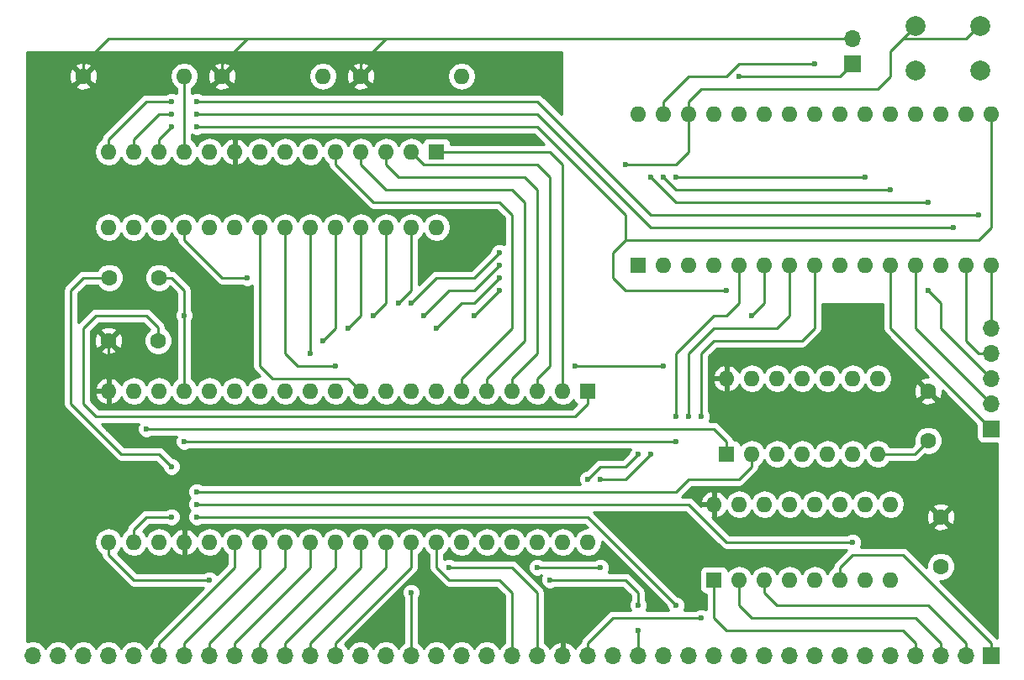
<source format=gtl>
G04 #@! TF.FileFunction,Copper,L1,Top,Signal*
%FSLAX46Y46*%
G04 Gerber Fmt 4.6, Leading zero omitted, Abs format (unit mm)*
G04 Created by KiCad (PCBNEW 4.0.6) date 05/15/17 22:09:24*
%MOMM*%
%LPD*%
G01*
G04 APERTURE LIST*
%ADD10C,0.100000*%
%ADD11C,1.600000*%
%ADD12R,1.700000X1.700000*%
%ADD13O,1.700000X1.700000*%
%ADD14R,1.600000X1.600000*%
%ADD15O,1.600000X1.600000*%
%ADD16C,2.000000*%
%ADD17C,0.600000*%
%ADD18C,0.250000*%
%ADD19C,0.254000*%
G04 APERTURE END LIST*
D10*
D11*
X190500000Y-106680000D03*
X190500000Y-111680000D03*
X107950000Y-101600000D03*
X112950000Y-101600000D03*
X191770000Y-119380000D03*
X191770000Y-124380000D03*
X113030000Y-95250000D03*
X108030000Y-95250000D03*
D12*
X196850000Y-133350000D03*
D13*
X194310000Y-133350000D03*
X191770000Y-133350000D03*
X189230000Y-133350000D03*
X186690000Y-133350000D03*
X184150000Y-133350000D03*
X181610000Y-133350000D03*
X179070000Y-133350000D03*
X176530000Y-133350000D03*
X173990000Y-133350000D03*
X171450000Y-133350000D03*
X168910000Y-133350000D03*
X166370000Y-133350000D03*
X163830000Y-133350000D03*
X161290000Y-133350000D03*
X158750000Y-133350000D03*
X156210000Y-133350000D03*
X153670000Y-133350000D03*
X151130000Y-133350000D03*
X148590000Y-133350000D03*
X146050000Y-133350000D03*
X143510000Y-133350000D03*
X140970000Y-133350000D03*
X138430000Y-133350000D03*
X135890000Y-133350000D03*
X133350000Y-133350000D03*
X130810000Y-133350000D03*
X128270000Y-133350000D03*
X125730000Y-133350000D03*
X123190000Y-133350000D03*
X120650000Y-133350000D03*
X118110000Y-133350000D03*
X115570000Y-133350000D03*
X113030000Y-133350000D03*
X110490000Y-133350000D03*
X107950000Y-133350000D03*
X105410000Y-133350000D03*
X102870000Y-133350000D03*
X100330000Y-133350000D03*
D14*
X161290000Y-93980000D03*
D15*
X194310000Y-78740000D03*
X163830000Y-93980000D03*
X191770000Y-78740000D03*
X166370000Y-93980000D03*
X189230000Y-78740000D03*
X168910000Y-93980000D03*
X186690000Y-78740000D03*
X171450000Y-93980000D03*
X184150000Y-78740000D03*
X173990000Y-93980000D03*
X181610000Y-78740000D03*
X176530000Y-93980000D03*
X179070000Y-78740000D03*
X179070000Y-93980000D03*
X176530000Y-78740000D03*
X181610000Y-93980000D03*
X173990000Y-78740000D03*
X184150000Y-93980000D03*
X171450000Y-78740000D03*
X186690000Y-93980000D03*
X168910000Y-78740000D03*
X189230000Y-93980000D03*
X166370000Y-78740000D03*
X191770000Y-93980000D03*
X163830000Y-78740000D03*
X194310000Y-93980000D03*
X161290000Y-78740000D03*
X196850000Y-93980000D03*
X196850000Y-78740000D03*
D12*
X196850000Y-110490000D03*
D13*
X196850000Y-107950000D03*
X196850000Y-105410000D03*
X196850000Y-102870000D03*
X196850000Y-100330000D03*
D12*
X182880000Y-73660000D03*
D13*
X182880000Y-71120000D03*
D11*
X133350000Y-74930000D03*
D15*
X143510000Y-74930000D03*
D11*
X119380000Y-74930000D03*
D15*
X129540000Y-74930000D03*
D11*
X105410000Y-74930000D03*
D15*
X115570000Y-74930000D03*
D16*
X189230000Y-74350000D03*
X189230000Y-69850000D03*
X195730000Y-74350000D03*
X195730000Y-69850000D03*
D14*
X170180000Y-113030000D03*
D15*
X185420000Y-105410000D03*
X172720000Y-113030000D03*
X182880000Y-105410000D03*
X175260000Y-113030000D03*
X180340000Y-105410000D03*
X177800000Y-113030000D03*
X177800000Y-105410000D03*
X180340000Y-113030000D03*
X175260000Y-105410000D03*
X182880000Y-113030000D03*
X172720000Y-105410000D03*
X185420000Y-113030000D03*
X170180000Y-105410000D03*
D14*
X156210000Y-106680000D03*
D15*
X107950000Y-121920000D03*
X153670000Y-106680000D03*
X110490000Y-121920000D03*
X151130000Y-106680000D03*
X113030000Y-121920000D03*
X148590000Y-106680000D03*
X115570000Y-121920000D03*
X146050000Y-106680000D03*
X118110000Y-121920000D03*
X143510000Y-106680000D03*
X120650000Y-121920000D03*
X140970000Y-106680000D03*
X123190000Y-121920000D03*
X138430000Y-106680000D03*
X125730000Y-121920000D03*
X135890000Y-106680000D03*
X128270000Y-121920000D03*
X133350000Y-106680000D03*
X130810000Y-121920000D03*
X130810000Y-106680000D03*
X133350000Y-121920000D03*
X128270000Y-106680000D03*
X135890000Y-121920000D03*
X125730000Y-106680000D03*
X138430000Y-121920000D03*
X123190000Y-106680000D03*
X140970000Y-121920000D03*
X120650000Y-106680000D03*
X143510000Y-121920000D03*
X118110000Y-106680000D03*
X146050000Y-121920000D03*
X115570000Y-106680000D03*
X148590000Y-121920000D03*
X113030000Y-106680000D03*
X151130000Y-121920000D03*
X110490000Y-106680000D03*
X153670000Y-121920000D03*
X107950000Y-106680000D03*
X156210000Y-121920000D03*
D14*
X168910000Y-125730000D03*
D15*
X186690000Y-118110000D03*
X171450000Y-125730000D03*
X184150000Y-118110000D03*
X173990000Y-125730000D03*
X181610000Y-118110000D03*
X176530000Y-125730000D03*
X179070000Y-118110000D03*
X179070000Y-125730000D03*
X176530000Y-118110000D03*
X181610000Y-125730000D03*
X173990000Y-118110000D03*
X184150000Y-125730000D03*
X171450000Y-118110000D03*
X186690000Y-125730000D03*
X168910000Y-118110000D03*
D14*
X140970000Y-82550000D03*
D15*
X107950000Y-90170000D03*
X138430000Y-82550000D03*
X110490000Y-90170000D03*
X135890000Y-82550000D03*
X113030000Y-90170000D03*
X133350000Y-82550000D03*
X115570000Y-90170000D03*
X130810000Y-82550000D03*
X118110000Y-90170000D03*
X128270000Y-82550000D03*
X120650000Y-90170000D03*
X125730000Y-82550000D03*
X123190000Y-90170000D03*
X123190000Y-82550000D03*
X125730000Y-90170000D03*
X120650000Y-82550000D03*
X128270000Y-90170000D03*
X118110000Y-82550000D03*
X130810000Y-90170000D03*
X115570000Y-82550000D03*
X133350000Y-90170000D03*
X113030000Y-82550000D03*
X135890000Y-90170000D03*
X110490000Y-82550000D03*
X138430000Y-90170000D03*
X107950000Y-82550000D03*
X140970000Y-90170000D03*
D17*
X160020000Y-128270000D03*
X163830000Y-124460000D03*
X181610000Y-123190000D03*
X184150000Y-121920000D03*
X105410000Y-111760000D03*
X116840000Y-127000000D03*
X139700000Y-128270000D03*
X147320000Y-128270000D03*
X152400000Y-128270000D03*
X107950000Y-110490000D03*
X179070000Y-73660000D03*
X167640000Y-129540000D03*
X115570000Y-99060000D03*
X154940000Y-104140000D03*
X163830000Y-104140000D03*
X172720000Y-99060000D03*
X114300000Y-114300000D03*
X116840000Y-116840000D03*
X114300000Y-119380000D03*
X116840000Y-119380000D03*
X165100000Y-128270000D03*
X161290000Y-130810000D03*
X161290000Y-128270000D03*
X152400000Y-125730000D03*
X157480000Y-124460000D03*
X151130000Y-124460000D03*
X142240000Y-124460000D03*
X138430000Y-127000000D03*
X118110000Y-125730000D03*
X165100000Y-109220000D03*
X161290000Y-113030000D03*
X156210000Y-115570000D03*
X157480000Y-115570000D03*
X162560000Y-113030000D03*
X166370000Y-109220000D03*
X167640000Y-109220000D03*
X165100000Y-111760000D03*
X115570000Y-111760000D03*
X184150000Y-85090000D03*
X165100000Y-85090000D03*
X171450000Y-74930000D03*
X163830000Y-85090000D03*
X186690000Y-86360000D03*
X121920000Y-95250000D03*
X144780000Y-99060000D03*
X147320000Y-96520000D03*
X160020000Y-83820000D03*
X190500000Y-87630000D03*
X162560000Y-85090000D03*
X193040000Y-90170000D03*
X116840000Y-78740000D03*
X114300000Y-78740000D03*
X195580000Y-88900000D03*
X116840000Y-77470000D03*
X114300000Y-77470000D03*
X190500000Y-96520000D03*
X170180000Y-96520000D03*
X116840000Y-80010000D03*
X114300000Y-80010000D03*
X111760000Y-110490000D03*
X182880000Y-121920000D03*
X116840000Y-118110000D03*
X147320000Y-95250000D03*
X140970000Y-100330000D03*
X147320000Y-93980000D03*
X139700000Y-99060000D03*
X147320000Y-92710000D03*
X138430000Y-97790000D03*
X130810000Y-104140000D03*
X128270000Y-102870000D03*
X129540000Y-101600000D03*
X132080000Y-100330000D03*
X134620000Y-99060000D03*
X137160000Y-97790000D03*
D18*
X105410000Y-74930000D02*
X105410000Y-73660000D01*
X107950000Y-71120000D02*
X121920000Y-71120000D01*
X105410000Y-73660000D02*
X107950000Y-71120000D01*
X135890000Y-71120000D02*
X121920000Y-71120000D01*
X119380000Y-73660000D02*
X119380000Y-74930000D01*
X121920000Y-71120000D02*
X119380000Y-73660000D01*
X182880000Y-71120000D02*
X135890000Y-71120000D01*
X133350000Y-73660000D02*
X133350000Y-74930000D01*
X135890000Y-71120000D02*
X133350000Y-73660000D01*
X190500000Y-120650000D02*
X189230000Y-121920000D01*
X157480000Y-128270000D02*
X153670000Y-132080000D01*
X160020000Y-128270000D02*
X157480000Y-128270000D01*
X165100000Y-123190000D02*
X163830000Y-124460000D01*
X181610000Y-123190000D02*
X165100000Y-123190000D01*
X189230000Y-121920000D02*
X184150000Y-121920000D01*
X105410000Y-111760000D02*
X105410000Y-124460000D01*
X105410000Y-124460000D02*
X107950000Y-127000000D01*
X107950000Y-127000000D02*
X116840000Y-127000000D01*
X139700000Y-128270000D02*
X147320000Y-128270000D01*
X152400000Y-128270000D02*
X153670000Y-129540000D01*
X153670000Y-129540000D02*
X153670000Y-132080000D01*
X153670000Y-132080000D02*
X153670000Y-133350000D01*
X115570000Y-113030000D02*
X115570000Y-121920000D01*
X114300000Y-111760000D02*
X115570000Y-113030000D01*
X109220000Y-111760000D02*
X114300000Y-111760000D01*
X107950000Y-110490000D02*
X109220000Y-111760000D01*
X107950000Y-106680000D02*
X107950000Y-101600000D01*
X170180000Y-105410000D02*
X170180000Y-106680000D01*
X189230000Y-107950000D02*
X190500000Y-106680000D01*
X171450000Y-107950000D02*
X189230000Y-107950000D01*
X170180000Y-106680000D02*
X171450000Y-107950000D01*
X168910000Y-118110000D02*
X168910000Y-119380000D01*
X190500000Y-120650000D02*
X191770000Y-119380000D01*
X170180000Y-120650000D02*
X190500000Y-120650000D01*
X168910000Y-119380000D02*
X170180000Y-120650000D01*
X163830000Y-78740000D02*
X163830000Y-77470000D01*
X171450000Y-73660000D02*
X179070000Y-73660000D01*
X170180000Y-74930000D02*
X171450000Y-73660000D01*
X166370000Y-74930000D02*
X170180000Y-74930000D01*
X163830000Y-77470000D02*
X166370000Y-74930000D01*
X112950000Y-101600000D02*
X112950000Y-100250000D01*
X156210000Y-107950000D02*
X156210000Y-106680000D01*
X154940000Y-109220000D02*
X156210000Y-107950000D01*
X106680000Y-109220000D02*
X154940000Y-109220000D01*
X105410000Y-107950000D02*
X106680000Y-109220000D01*
X105410000Y-100330000D02*
X105410000Y-107950000D01*
X106680000Y-99060000D02*
X105410000Y-100330000D01*
X111760000Y-99060000D02*
X106680000Y-99060000D01*
X112950000Y-100250000D02*
X111760000Y-99060000D01*
X158750000Y-129540000D02*
X157480000Y-130810000D01*
X167640000Y-129540000D02*
X158750000Y-129540000D01*
X156210000Y-133350000D02*
X156210000Y-132080000D01*
X156210000Y-132080000D02*
X157480000Y-130810000D01*
X185420000Y-113030000D02*
X189150000Y-113030000D01*
X189150000Y-113030000D02*
X190500000Y-111680000D01*
X173990000Y-93980000D02*
X173990000Y-97790000D01*
X163830000Y-104140000D02*
X154940000Y-104140000D01*
X173990000Y-97790000D02*
X172720000Y-99060000D01*
X115570000Y-106680000D02*
X115570000Y-99060000D01*
X115570000Y-99060000D02*
X115570000Y-96520000D01*
X114300000Y-95250000D02*
X113030000Y-95250000D01*
X115570000Y-96520000D02*
X114300000Y-95250000D01*
X172720000Y-113030000D02*
X172720000Y-114300000D01*
X105410000Y-95250000D02*
X108030000Y-95250000D01*
X104140000Y-96520000D02*
X105410000Y-95250000D01*
X104140000Y-107950000D02*
X104140000Y-96520000D01*
X109220000Y-113030000D02*
X104140000Y-107950000D01*
X113030000Y-113030000D02*
X109220000Y-113030000D01*
X114300000Y-114300000D02*
X113030000Y-113030000D01*
X165100000Y-116840000D02*
X116840000Y-116840000D01*
X166370000Y-115570000D02*
X165100000Y-116840000D01*
X171450000Y-115570000D02*
X166370000Y-115570000D01*
X172720000Y-114300000D02*
X171450000Y-115570000D01*
X196850000Y-133350000D02*
X196850000Y-132080000D01*
X181610000Y-124460000D02*
X181610000Y-125730000D01*
X182880000Y-123190000D02*
X181610000Y-124460000D01*
X187960000Y-123190000D02*
X182880000Y-123190000D01*
X196850000Y-132080000D02*
X187960000Y-123190000D01*
X194310000Y-133350000D02*
X194310000Y-132080000D01*
X173990000Y-127000000D02*
X173990000Y-125730000D01*
X175260000Y-128270000D02*
X173990000Y-127000000D01*
X190500000Y-128270000D02*
X175260000Y-128270000D01*
X194310000Y-132080000D02*
X190500000Y-128270000D01*
X187960000Y-129540000D02*
X189230000Y-129540000D01*
X191770000Y-132080000D02*
X191770000Y-133350000D01*
X189230000Y-129540000D02*
X191770000Y-132080000D01*
X171450000Y-125730000D02*
X171450000Y-128270000D01*
X172720000Y-129540000D02*
X187960000Y-129540000D01*
X171450000Y-128270000D02*
X172720000Y-129540000D01*
X189230000Y-133350000D02*
X189230000Y-132080000D01*
X170180000Y-130810000D02*
X168910000Y-129540000D01*
X187960000Y-130810000D02*
X170180000Y-130810000D01*
X189230000Y-132080000D02*
X187960000Y-130810000D01*
X168910000Y-125730000D02*
X168910000Y-129540000D01*
X110490000Y-120650000D02*
X110490000Y-121920000D01*
X111760000Y-119380000D02*
X110490000Y-120650000D01*
X114300000Y-119380000D02*
X111760000Y-119380000D01*
X156210000Y-119380000D02*
X116840000Y-119380000D01*
X158750000Y-121920000D02*
X156210000Y-119380000D01*
X165100000Y-128270000D02*
X158750000Y-121920000D01*
X161290000Y-130810000D02*
X161290000Y-133350000D01*
X161290000Y-127000000D02*
X161290000Y-128270000D01*
X160020000Y-125730000D02*
X161290000Y-127000000D01*
X152400000Y-125730000D02*
X160020000Y-125730000D01*
X151130000Y-124460000D02*
X157480000Y-124460000D01*
X151130000Y-133350000D02*
X151130000Y-127000000D01*
X148590000Y-124460000D02*
X142240000Y-124460000D01*
X151130000Y-127000000D02*
X148590000Y-124460000D01*
X148590000Y-133350000D02*
X148590000Y-127000000D01*
X140970000Y-124460000D02*
X140970000Y-121920000D01*
X142240000Y-125730000D02*
X140970000Y-124460000D01*
X147320000Y-125730000D02*
X142240000Y-125730000D01*
X148590000Y-127000000D02*
X147320000Y-125730000D01*
X107950000Y-121920000D02*
X107950000Y-123190000D01*
X138430000Y-127000000D02*
X138430000Y-133350000D01*
X110490000Y-125730000D02*
X118110000Y-125730000D01*
X107950000Y-123190000D02*
X110490000Y-125730000D01*
X130810000Y-133350000D02*
X130810000Y-132080000D01*
X138430000Y-124460000D02*
X138430000Y-121920000D01*
X130810000Y-132080000D02*
X138430000Y-124460000D01*
X128270000Y-133350000D02*
X128270000Y-132080000D01*
X135890000Y-124460000D02*
X135890000Y-121920000D01*
X128270000Y-132080000D02*
X135890000Y-124460000D01*
X125730000Y-133350000D02*
X125730000Y-132080000D01*
X133350000Y-124460000D02*
X133350000Y-121920000D01*
X125730000Y-132080000D02*
X133350000Y-124460000D01*
X123190000Y-133350000D02*
X123190000Y-132080000D01*
X130810000Y-124460000D02*
X130810000Y-121920000D01*
X123190000Y-132080000D02*
X130810000Y-124460000D01*
X120650000Y-133350000D02*
X120650000Y-132080000D01*
X128270000Y-124460000D02*
X128270000Y-121920000D01*
X120650000Y-132080000D02*
X128270000Y-124460000D01*
X118110000Y-133350000D02*
X118110000Y-132080000D01*
X125730000Y-124460000D02*
X125730000Y-121920000D01*
X118110000Y-132080000D02*
X125730000Y-124460000D01*
X115570000Y-133350000D02*
X115570000Y-132080000D01*
X123190000Y-124460000D02*
X123190000Y-121920000D01*
X115570000Y-132080000D02*
X123190000Y-124460000D01*
X113030000Y-133350000D02*
X113030000Y-132080000D01*
X120650000Y-124460000D02*
X120650000Y-121920000D01*
X113030000Y-132080000D02*
X120650000Y-124460000D01*
X171450000Y-97790000D02*
X171450000Y-93980000D01*
X170180000Y-99060000D02*
X171450000Y-97790000D01*
X168910000Y-99060000D02*
X170180000Y-99060000D01*
X165100000Y-102870000D02*
X168910000Y-99060000D01*
X165100000Y-109220000D02*
X165100000Y-102870000D01*
X160020000Y-114300000D02*
X161290000Y-113030000D01*
X157480000Y-114300000D02*
X160020000Y-114300000D01*
X156210000Y-115570000D02*
X157480000Y-114300000D01*
X176530000Y-93980000D02*
X176530000Y-99060000D01*
X160020000Y-115570000D02*
X157480000Y-115570000D01*
X162560000Y-113030000D02*
X160020000Y-115570000D01*
X166370000Y-102870000D02*
X166370000Y-109220000D01*
X168910000Y-100330000D02*
X166370000Y-102870000D01*
X175260000Y-100330000D02*
X168910000Y-100330000D01*
X176530000Y-99060000D02*
X175260000Y-100330000D01*
X179070000Y-100330000D02*
X179070000Y-93980000D01*
X177800000Y-101600000D02*
X179070000Y-100330000D01*
X168910000Y-101600000D02*
X177800000Y-101600000D01*
X167640000Y-102870000D02*
X168910000Y-101600000D01*
X167640000Y-109220000D02*
X167640000Y-102870000D01*
X115570000Y-111760000D02*
X165100000Y-111760000D01*
X196850000Y-110490000D02*
X186690000Y-100330000D01*
X186690000Y-100330000D02*
X186690000Y-93980000D01*
X165100000Y-85090000D02*
X184150000Y-85090000D01*
X182880000Y-73660000D02*
X181610000Y-74930000D01*
X181610000Y-74930000D02*
X171450000Y-74930000D01*
X196850000Y-107950000D02*
X195580000Y-106680000D01*
X189230000Y-100330000D02*
X189230000Y-93980000D01*
X194310000Y-105410000D02*
X189230000Y-100330000D01*
X195580000Y-106680000D02*
X194310000Y-105410000D01*
X165100000Y-86360000D02*
X163830000Y-85090000D01*
X166370000Y-86360000D02*
X165100000Y-86360000D01*
X186690000Y-86360000D02*
X166370000Y-86360000D01*
X195730000Y-69850000D02*
X195580000Y-69850000D01*
X195580000Y-69850000D02*
X194310000Y-71120000D01*
X194310000Y-71120000D02*
X187960000Y-71120000D01*
X189230000Y-69850000D02*
X187960000Y-71120000D01*
X187960000Y-71120000D02*
X186690000Y-72390000D01*
X186690000Y-72390000D02*
X186690000Y-74930000D01*
X186690000Y-74930000D02*
X185420000Y-76200000D01*
X185420000Y-76200000D02*
X167640000Y-76200000D01*
X167640000Y-76200000D02*
X166370000Y-77470000D01*
X166370000Y-77470000D02*
X166370000Y-78740000D01*
X166370000Y-78740000D02*
X166370000Y-80010000D01*
X115570000Y-91440000D02*
X119380000Y-95250000D01*
X119380000Y-95250000D02*
X121920000Y-95250000D01*
X144780000Y-99060000D02*
X147320000Y-96520000D01*
X115570000Y-91440000D02*
X115570000Y-90170000D01*
X165100000Y-83820000D02*
X160020000Y-83820000D01*
X166370000Y-82550000D02*
X165100000Y-83820000D01*
X166370000Y-80010000D02*
X166370000Y-82550000D01*
X165100000Y-87630000D02*
X190500000Y-87630000D01*
X162560000Y-85090000D02*
X165100000Y-87630000D01*
X115570000Y-74930000D02*
X115570000Y-82550000D01*
X194310000Y-100330000D02*
X194310000Y-101600000D01*
X194310000Y-93980000D02*
X194310000Y-100330000D01*
X195580000Y-102870000D02*
X196850000Y-102870000D01*
X194310000Y-101600000D02*
X195580000Y-102870000D01*
X110490000Y-82550000D02*
X110490000Y-81280000D01*
X162560000Y-90170000D02*
X193040000Y-90170000D01*
X151130000Y-78740000D02*
X162560000Y-90170000D01*
X116840000Y-78740000D02*
X151130000Y-78740000D01*
X113030000Y-78740000D02*
X114300000Y-78740000D01*
X110490000Y-81280000D02*
X113030000Y-78740000D01*
X196850000Y-100330000D02*
X196850000Y-93980000D01*
X107950000Y-82550000D02*
X107950000Y-81280000D01*
X194310000Y-88900000D02*
X195580000Y-88900000D01*
X162560000Y-88900000D02*
X194310000Y-88900000D01*
X151130000Y-77470000D02*
X162560000Y-88900000D01*
X116840000Y-77470000D02*
X151130000Y-77470000D01*
X111760000Y-77470000D02*
X114300000Y-77470000D01*
X107950000Y-81280000D02*
X111760000Y-77470000D01*
X195580000Y-104140000D02*
X196850000Y-105410000D01*
X191770000Y-97790000D02*
X190500000Y-96520000D01*
X170180000Y-96520000D02*
X160020000Y-96520000D01*
X160020000Y-96520000D02*
X158750000Y-95250000D01*
X158750000Y-95250000D02*
X158750000Y-92710000D01*
X158750000Y-92710000D02*
X160020000Y-91440000D01*
X191770000Y-100330000D02*
X191770000Y-97790000D01*
X195580000Y-104140000D02*
X191770000Y-100330000D01*
X113030000Y-82550000D02*
X113030000Y-81280000D01*
X160020000Y-88900000D02*
X160020000Y-91440000D01*
X154940000Y-83820000D02*
X160020000Y-88900000D01*
X151130000Y-80010000D02*
X154940000Y-83820000D01*
X116840000Y-80010000D02*
X151130000Y-80010000D01*
X113030000Y-81280000D02*
X114300000Y-80010000D01*
X196850000Y-90170000D02*
X196850000Y-78740000D01*
X195580000Y-91440000D02*
X196850000Y-90170000D01*
X160020000Y-91440000D02*
X195580000Y-91440000D01*
X170180000Y-113030000D02*
X170180000Y-111760000D01*
X168910000Y-110490000D02*
X111760000Y-110490000D01*
X170180000Y-111760000D02*
X168910000Y-110490000D01*
X140970000Y-82550000D02*
X152400000Y-82550000D01*
X153670000Y-99060000D02*
X153670000Y-106680000D01*
X153670000Y-83820000D02*
X153670000Y-99060000D01*
X152400000Y-82550000D02*
X153670000Y-83820000D01*
X149860000Y-83820000D02*
X151130000Y-83820000D01*
X151130000Y-105410000D02*
X151130000Y-106680000D01*
X152400000Y-104140000D02*
X151130000Y-105410000D01*
X152400000Y-85090000D02*
X152400000Y-104140000D01*
X151130000Y-83820000D02*
X152400000Y-85090000D01*
X139700000Y-83820000D02*
X138430000Y-82550000D01*
X149860000Y-83820000D02*
X139700000Y-83820000D01*
X170180000Y-121920000D02*
X182880000Y-121920000D01*
X166370000Y-118110000D02*
X170180000Y-121920000D01*
X116840000Y-118110000D02*
X166370000Y-118110000D01*
X147320000Y-85090000D02*
X149860000Y-85090000D01*
X148590000Y-105410000D02*
X148590000Y-106680000D01*
X151130000Y-102870000D02*
X148590000Y-105410000D01*
X151130000Y-86360000D02*
X151130000Y-102870000D01*
X149860000Y-85090000D02*
X151130000Y-86360000D01*
X135890000Y-83820000D02*
X135890000Y-82550000D01*
X137160000Y-85090000D02*
X135890000Y-83820000D01*
X147320000Y-85090000D02*
X137160000Y-85090000D01*
X146050000Y-106680000D02*
X146050000Y-105410000D01*
X148590000Y-86360000D02*
X144780000Y-86360000D01*
X149860000Y-87630000D02*
X148590000Y-86360000D01*
X149860000Y-101600000D02*
X149860000Y-87630000D01*
X146050000Y-105410000D02*
X149860000Y-101600000D01*
X133350000Y-82550000D02*
X133350000Y-83820000D01*
X135890000Y-86360000D02*
X144780000Y-86360000D01*
X133350000Y-83820000D02*
X135890000Y-86360000D01*
X142240000Y-87630000D02*
X147320000Y-87630000D01*
X148590000Y-100330000D02*
X144780000Y-104140000D01*
X148590000Y-88900000D02*
X148590000Y-100330000D01*
X147320000Y-87630000D02*
X148590000Y-88900000D01*
X143510000Y-105410000D02*
X143510000Y-106680000D01*
X144780000Y-104140000D02*
X143510000Y-105410000D01*
X130810000Y-83820000D02*
X130810000Y-82550000D01*
X134620000Y-87630000D02*
X130810000Y-83820000D01*
X142240000Y-87630000D02*
X134620000Y-87630000D01*
X144780000Y-97790000D02*
X143510000Y-97790000D01*
X147320000Y-95250000D02*
X144780000Y-97790000D01*
X143510000Y-97790000D02*
X140970000Y-100330000D01*
X142240000Y-96520000D02*
X144780000Y-96520000D01*
X144780000Y-96520000D02*
X147320000Y-93980000D01*
X139700000Y-99060000D02*
X142240000Y-96520000D01*
X140970000Y-95250000D02*
X144780000Y-95250000D01*
X144780000Y-95250000D02*
X147320000Y-92710000D01*
X138430000Y-97790000D02*
X140970000Y-95250000D01*
X123190000Y-90170000D02*
X123190000Y-94615000D01*
X123190000Y-104140000D02*
X124460000Y-105410000D01*
X124460000Y-105410000D02*
X132080000Y-105410000D01*
X132080000Y-105410000D02*
X133350000Y-106680000D01*
X123190000Y-94615000D02*
X123190000Y-104140000D01*
X125730000Y-90170000D02*
X125730000Y-94615000D01*
X125730000Y-102870000D02*
X127000000Y-104140000D01*
X127000000Y-104140000D02*
X130810000Y-104140000D01*
X125730000Y-94615000D02*
X125730000Y-102870000D01*
X128270000Y-90170000D02*
X128270000Y-94615000D01*
X128270000Y-94615000D02*
X128270000Y-102870000D01*
X130810000Y-90170000D02*
X130810000Y-94615000D01*
X130810000Y-100330000D02*
X129540000Y-101600000D01*
X130810000Y-94615000D02*
X130810000Y-100330000D01*
X133350000Y-90170000D02*
X133350000Y-94615000D01*
X133350000Y-99060000D02*
X132080000Y-100330000D01*
X133350000Y-94615000D02*
X133350000Y-99060000D01*
X135890000Y-90170000D02*
X135890000Y-94615000D01*
X135890000Y-97790000D02*
X134620000Y-99060000D01*
X135890000Y-94615000D02*
X135890000Y-97790000D01*
X138430000Y-90170000D02*
X138430000Y-94615000D01*
X138430000Y-96520000D02*
X137160000Y-97790000D01*
X138430000Y-94615000D02*
X138430000Y-96520000D01*
D19*
G36*
X164164878Y-128409680D02*
X164164838Y-128455167D01*
X164299056Y-128780000D01*
X162090633Y-128780000D01*
X162224838Y-128456799D01*
X162225162Y-128084833D01*
X162083117Y-127741057D01*
X162050000Y-127707882D01*
X162050000Y-127000000D01*
X161992148Y-126709161D01*
X161992148Y-126709160D01*
X161827401Y-126462599D01*
X160557401Y-125192599D01*
X160310839Y-125027852D01*
X160020000Y-124970000D01*
X158280633Y-124970000D01*
X158414838Y-124646799D01*
X158415162Y-124274833D01*
X158273117Y-123931057D01*
X158010327Y-123667808D01*
X157666799Y-123525162D01*
X157294833Y-123524838D01*
X156951057Y-123666883D01*
X156917882Y-123700000D01*
X151692463Y-123700000D01*
X151660327Y-123667808D01*
X151316799Y-123525162D01*
X150944833Y-123524838D01*
X150601057Y-123666883D01*
X150337808Y-123929673D01*
X150195162Y-124273201D01*
X150194838Y-124645167D01*
X150336883Y-124988943D01*
X150599673Y-125252192D01*
X150943201Y-125394838D01*
X151315167Y-125395162D01*
X151570430Y-125289690D01*
X151465162Y-125543201D01*
X151464838Y-125915167D01*
X151606883Y-126258943D01*
X151869673Y-126522192D01*
X152213201Y-126664838D01*
X152585167Y-126665162D01*
X152928943Y-126523117D01*
X152962118Y-126490000D01*
X159705198Y-126490000D01*
X160530000Y-127314802D01*
X160530000Y-127707537D01*
X160497808Y-127739673D01*
X160355162Y-128083201D01*
X160354838Y-128455167D01*
X160489056Y-128780000D01*
X158750000Y-128780000D01*
X158459160Y-128837852D01*
X158212599Y-129002599D01*
X155672599Y-131542599D01*
X155507852Y-131789161D01*
X155450678Y-132076593D01*
X155159946Y-132270853D01*
X154932298Y-132611553D01*
X154865183Y-132468642D01*
X154436924Y-132078355D01*
X154026890Y-131908524D01*
X153797000Y-132029845D01*
X153797000Y-133223000D01*
X153817000Y-133223000D01*
X153817000Y-133477000D01*
X153797000Y-133477000D01*
X153797000Y-133497000D01*
X153543000Y-133497000D01*
X153543000Y-133477000D01*
X153523000Y-133477000D01*
X153523000Y-133223000D01*
X153543000Y-133223000D01*
X153543000Y-132029845D01*
X153313110Y-131908524D01*
X152903076Y-132078355D01*
X152474817Y-132468642D01*
X152407702Y-132611553D01*
X152180054Y-132270853D01*
X151890000Y-132077046D01*
X151890000Y-127000000D01*
X151832148Y-126709161D01*
X151832148Y-126709160D01*
X151667401Y-126462599D01*
X149127401Y-123922599D01*
X148880839Y-123757852D01*
X148590000Y-123700000D01*
X142802463Y-123700000D01*
X142770327Y-123667808D01*
X142426799Y-123525162D01*
X142054833Y-123524838D01*
X141730000Y-123659056D01*
X141730000Y-123132995D01*
X141984698Y-122962811D01*
X142240000Y-122580725D01*
X142495302Y-122962811D01*
X142960849Y-123273880D01*
X143510000Y-123383113D01*
X144059151Y-123273880D01*
X144524698Y-122962811D01*
X144780000Y-122580725D01*
X145035302Y-122962811D01*
X145500849Y-123273880D01*
X146050000Y-123383113D01*
X146599151Y-123273880D01*
X147064698Y-122962811D01*
X147320000Y-122580725D01*
X147575302Y-122962811D01*
X148040849Y-123273880D01*
X148590000Y-123383113D01*
X149139151Y-123273880D01*
X149604698Y-122962811D01*
X149860000Y-122580725D01*
X150115302Y-122962811D01*
X150580849Y-123273880D01*
X151130000Y-123383113D01*
X151679151Y-123273880D01*
X152144698Y-122962811D01*
X152400000Y-122580725D01*
X152655302Y-122962811D01*
X153120849Y-123273880D01*
X153670000Y-123383113D01*
X154219151Y-123273880D01*
X154684698Y-122962811D01*
X154940000Y-122580725D01*
X155195302Y-122962811D01*
X155660849Y-123273880D01*
X156210000Y-123383113D01*
X156759151Y-123273880D01*
X157224698Y-122962811D01*
X157535767Y-122497264D01*
X157645000Y-121948113D01*
X157645000Y-121891887D01*
X157644482Y-121889284D01*
X164164878Y-128409680D01*
X164164878Y-128409680D01*
G37*
X164164878Y-128409680D02*
X164164838Y-128455167D01*
X164299056Y-128780000D01*
X162090633Y-128780000D01*
X162224838Y-128456799D01*
X162225162Y-128084833D01*
X162083117Y-127741057D01*
X162050000Y-127707882D01*
X162050000Y-127000000D01*
X161992148Y-126709161D01*
X161992148Y-126709160D01*
X161827401Y-126462599D01*
X160557401Y-125192599D01*
X160310839Y-125027852D01*
X160020000Y-124970000D01*
X158280633Y-124970000D01*
X158414838Y-124646799D01*
X158415162Y-124274833D01*
X158273117Y-123931057D01*
X158010327Y-123667808D01*
X157666799Y-123525162D01*
X157294833Y-123524838D01*
X156951057Y-123666883D01*
X156917882Y-123700000D01*
X151692463Y-123700000D01*
X151660327Y-123667808D01*
X151316799Y-123525162D01*
X150944833Y-123524838D01*
X150601057Y-123666883D01*
X150337808Y-123929673D01*
X150195162Y-124273201D01*
X150194838Y-124645167D01*
X150336883Y-124988943D01*
X150599673Y-125252192D01*
X150943201Y-125394838D01*
X151315167Y-125395162D01*
X151570430Y-125289690D01*
X151465162Y-125543201D01*
X151464838Y-125915167D01*
X151606883Y-126258943D01*
X151869673Y-126522192D01*
X152213201Y-126664838D01*
X152585167Y-126665162D01*
X152928943Y-126523117D01*
X152962118Y-126490000D01*
X159705198Y-126490000D01*
X160530000Y-127314802D01*
X160530000Y-127707537D01*
X160497808Y-127739673D01*
X160355162Y-128083201D01*
X160354838Y-128455167D01*
X160489056Y-128780000D01*
X158750000Y-128780000D01*
X158459160Y-128837852D01*
X158212599Y-129002599D01*
X155672599Y-131542599D01*
X155507852Y-131789161D01*
X155450678Y-132076593D01*
X155159946Y-132270853D01*
X154932298Y-132611553D01*
X154865183Y-132468642D01*
X154436924Y-132078355D01*
X154026890Y-131908524D01*
X153797000Y-132029845D01*
X153797000Y-133223000D01*
X153817000Y-133223000D01*
X153817000Y-133477000D01*
X153797000Y-133477000D01*
X153797000Y-133497000D01*
X153543000Y-133497000D01*
X153543000Y-133477000D01*
X153523000Y-133477000D01*
X153523000Y-133223000D01*
X153543000Y-133223000D01*
X153543000Y-132029845D01*
X153313110Y-131908524D01*
X152903076Y-132078355D01*
X152474817Y-132468642D01*
X152407702Y-132611553D01*
X152180054Y-132270853D01*
X151890000Y-132077046D01*
X151890000Y-127000000D01*
X151832148Y-126709161D01*
X151832148Y-126709160D01*
X151667401Y-126462599D01*
X149127401Y-123922599D01*
X148880839Y-123757852D01*
X148590000Y-123700000D01*
X142802463Y-123700000D01*
X142770327Y-123667808D01*
X142426799Y-123525162D01*
X142054833Y-123524838D01*
X141730000Y-123659056D01*
X141730000Y-123132995D01*
X141984698Y-122962811D01*
X142240000Y-122580725D01*
X142495302Y-122962811D01*
X142960849Y-123273880D01*
X143510000Y-123383113D01*
X144059151Y-123273880D01*
X144524698Y-122962811D01*
X144780000Y-122580725D01*
X145035302Y-122962811D01*
X145500849Y-123273880D01*
X146050000Y-123383113D01*
X146599151Y-123273880D01*
X147064698Y-122962811D01*
X147320000Y-122580725D01*
X147575302Y-122962811D01*
X148040849Y-123273880D01*
X148590000Y-123383113D01*
X149139151Y-123273880D01*
X149604698Y-122962811D01*
X149860000Y-122580725D01*
X150115302Y-122962811D01*
X150580849Y-123273880D01*
X151130000Y-123383113D01*
X151679151Y-123273880D01*
X152144698Y-122962811D01*
X152400000Y-122580725D01*
X152655302Y-122962811D01*
X153120849Y-123273880D01*
X153670000Y-123383113D01*
X154219151Y-123273880D01*
X154684698Y-122962811D01*
X154940000Y-122580725D01*
X155195302Y-122962811D01*
X155660849Y-123273880D01*
X156210000Y-123383113D01*
X156759151Y-123273880D01*
X157224698Y-122962811D01*
X157535767Y-122497264D01*
X157645000Y-121948113D01*
X157645000Y-121891887D01*
X157644482Y-121889284D01*
X164164878Y-128409680D01*
G36*
X139955302Y-122962811D02*
X140210000Y-123132995D01*
X140210000Y-124460000D01*
X140267852Y-124750839D01*
X140432599Y-124997401D01*
X141702599Y-126267401D01*
X141949160Y-126432148D01*
X142240000Y-126490000D01*
X147005198Y-126490000D01*
X147830000Y-127314802D01*
X147830000Y-132077046D01*
X147539946Y-132270853D01*
X147320000Y-132600026D01*
X147100054Y-132270853D01*
X146618285Y-131948946D01*
X146050000Y-131835907D01*
X145481715Y-131948946D01*
X144999946Y-132270853D01*
X144780000Y-132600026D01*
X144560054Y-132270853D01*
X144078285Y-131948946D01*
X143510000Y-131835907D01*
X142941715Y-131948946D01*
X142459946Y-132270853D01*
X142240000Y-132600026D01*
X142020054Y-132270853D01*
X141538285Y-131948946D01*
X140970000Y-131835907D01*
X140401715Y-131948946D01*
X139919946Y-132270853D01*
X139700000Y-132600026D01*
X139480054Y-132270853D01*
X139190000Y-132077046D01*
X139190000Y-127562463D01*
X139222192Y-127530327D01*
X139364838Y-127186799D01*
X139365162Y-126814833D01*
X139223117Y-126471057D01*
X138960327Y-126207808D01*
X138616799Y-126065162D01*
X138244833Y-126064838D01*
X137901057Y-126206883D01*
X137637808Y-126469673D01*
X137495162Y-126813201D01*
X137494838Y-127185167D01*
X137636883Y-127528943D01*
X137670000Y-127562118D01*
X137670000Y-132077046D01*
X137379946Y-132270853D01*
X137160000Y-132600026D01*
X136940054Y-132270853D01*
X136458285Y-131948946D01*
X135890000Y-131835907D01*
X135321715Y-131948946D01*
X134839946Y-132270853D01*
X134620000Y-132600026D01*
X134400054Y-132270853D01*
X133918285Y-131948946D01*
X133350000Y-131835907D01*
X132781715Y-131948946D01*
X132299946Y-132270853D01*
X132080000Y-132600026D01*
X131860054Y-132270853D01*
X131760481Y-132204321D01*
X138967401Y-124997401D01*
X139132148Y-124750840D01*
X139190000Y-124460000D01*
X139190000Y-123132995D01*
X139444698Y-122962811D01*
X139700000Y-122580725D01*
X139955302Y-122962811D01*
X139955302Y-122962811D01*
G37*
X139955302Y-122962811D02*
X140210000Y-123132995D01*
X140210000Y-124460000D01*
X140267852Y-124750839D01*
X140432599Y-124997401D01*
X141702599Y-126267401D01*
X141949160Y-126432148D01*
X142240000Y-126490000D01*
X147005198Y-126490000D01*
X147830000Y-127314802D01*
X147830000Y-132077046D01*
X147539946Y-132270853D01*
X147320000Y-132600026D01*
X147100054Y-132270853D01*
X146618285Y-131948946D01*
X146050000Y-131835907D01*
X145481715Y-131948946D01*
X144999946Y-132270853D01*
X144780000Y-132600026D01*
X144560054Y-132270853D01*
X144078285Y-131948946D01*
X143510000Y-131835907D01*
X142941715Y-131948946D01*
X142459946Y-132270853D01*
X142240000Y-132600026D01*
X142020054Y-132270853D01*
X141538285Y-131948946D01*
X140970000Y-131835907D01*
X140401715Y-131948946D01*
X139919946Y-132270853D01*
X139700000Y-132600026D01*
X139480054Y-132270853D01*
X139190000Y-132077046D01*
X139190000Y-127562463D01*
X139222192Y-127530327D01*
X139364838Y-127186799D01*
X139365162Y-126814833D01*
X139223117Y-126471057D01*
X138960327Y-126207808D01*
X138616799Y-126065162D01*
X138244833Y-126064838D01*
X137901057Y-126206883D01*
X137637808Y-126469673D01*
X137495162Y-126813201D01*
X137494838Y-127185167D01*
X137636883Y-127528943D01*
X137670000Y-127562118D01*
X137670000Y-132077046D01*
X137379946Y-132270853D01*
X137160000Y-132600026D01*
X136940054Y-132270853D01*
X136458285Y-131948946D01*
X135890000Y-131835907D01*
X135321715Y-131948946D01*
X134839946Y-132270853D01*
X134620000Y-132600026D01*
X134400054Y-132270853D01*
X133918285Y-131948946D01*
X133350000Y-131835907D01*
X132781715Y-131948946D01*
X132299946Y-132270853D01*
X132080000Y-132600026D01*
X131860054Y-132270853D01*
X131760481Y-132204321D01*
X138967401Y-124997401D01*
X139132148Y-124750840D01*
X139190000Y-124460000D01*
X139190000Y-123132995D01*
X139444698Y-122962811D01*
X139700000Y-122580725D01*
X139955302Y-122962811D01*
G36*
X153543000Y-78808198D02*
X151667401Y-76932599D01*
X151420839Y-76767852D01*
X151130000Y-76710000D01*
X117402463Y-76710000D01*
X117370327Y-76677808D01*
X117026799Y-76535162D01*
X116654833Y-76534838D01*
X116330000Y-76669056D01*
X116330000Y-76133667D01*
X116612811Y-75944698D01*
X116617456Y-75937745D01*
X118551861Y-75937745D01*
X118625995Y-76183864D01*
X119163223Y-76376965D01*
X119733454Y-76349778D01*
X120134005Y-76183864D01*
X120208139Y-75937745D01*
X119380000Y-75109605D01*
X118551861Y-75937745D01*
X116617456Y-75937745D01*
X116923880Y-75479151D01*
X117033113Y-74930000D01*
X116989994Y-74713223D01*
X117933035Y-74713223D01*
X117960222Y-75283454D01*
X118126136Y-75684005D01*
X118372255Y-75758139D01*
X119200395Y-74930000D01*
X119559605Y-74930000D01*
X120387745Y-75758139D01*
X120633864Y-75684005D01*
X120826965Y-75146777D01*
X120816630Y-74930000D01*
X128076887Y-74930000D01*
X128186120Y-75479151D01*
X128497189Y-75944698D01*
X128962736Y-76255767D01*
X129511887Y-76365000D01*
X129568113Y-76365000D01*
X130117264Y-76255767D01*
X130582811Y-75944698D01*
X130587456Y-75937745D01*
X132521861Y-75937745D01*
X132595995Y-76183864D01*
X133133223Y-76376965D01*
X133703454Y-76349778D01*
X134104005Y-76183864D01*
X134178139Y-75937745D01*
X133350000Y-75109605D01*
X132521861Y-75937745D01*
X130587456Y-75937745D01*
X130893880Y-75479151D01*
X131003113Y-74930000D01*
X130959994Y-74713223D01*
X131903035Y-74713223D01*
X131930222Y-75283454D01*
X132096136Y-75684005D01*
X132342255Y-75758139D01*
X133170395Y-74930000D01*
X133529605Y-74930000D01*
X134357745Y-75758139D01*
X134603864Y-75684005D01*
X134796965Y-75146777D01*
X134786630Y-74930000D01*
X142046887Y-74930000D01*
X142156120Y-75479151D01*
X142467189Y-75944698D01*
X142932736Y-76255767D01*
X143481887Y-76365000D01*
X143538113Y-76365000D01*
X144087264Y-76255767D01*
X144552811Y-75944698D01*
X144863880Y-75479151D01*
X144973113Y-74930000D01*
X144863880Y-74380849D01*
X144552811Y-73915302D01*
X144087264Y-73604233D01*
X143538113Y-73495000D01*
X143481887Y-73495000D01*
X142932736Y-73604233D01*
X142467189Y-73915302D01*
X142156120Y-74380849D01*
X142046887Y-74930000D01*
X134786630Y-74930000D01*
X134769778Y-74576546D01*
X134603864Y-74175995D01*
X134357745Y-74101861D01*
X133529605Y-74930000D01*
X133170395Y-74930000D01*
X132342255Y-74101861D01*
X132096136Y-74175995D01*
X131903035Y-74713223D01*
X130959994Y-74713223D01*
X130893880Y-74380849D01*
X130587457Y-73922255D01*
X132521861Y-73922255D01*
X133350000Y-74750395D01*
X134178139Y-73922255D01*
X134104005Y-73676136D01*
X133566777Y-73483035D01*
X132996546Y-73510222D01*
X132595995Y-73676136D01*
X132521861Y-73922255D01*
X130587457Y-73922255D01*
X130582811Y-73915302D01*
X130117264Y-73604233D01*
X129568113Y-73495000D01*
X129511887Y-73495000D01*
X128962736Y-73604233D01*
X128497189Y-73915302D01*
X128186120Y-74380849D01*
X128076887Y-74930000D01*
X120816630Y-74930000D01*
X120799778Y-74576546D01*
X120633864Y-74175995D01*
X120387745Y-74101861D01*
X119559605Y-74930000D01*
X119200395Y-74930000D01*
X118372255Y-74101861D01*
X118126136Y-74175995D01*
X117933035Y-74713223D01*
X116989994Y-74713223D01*
X116923880Y-74380849D01*
X116617457Y-73922255D01*
X118551861Y-73922255D01*
X119380000Y-74750395D01*
X120208139Y-73922255D01*
X120134005Y-73676136D01*
X119596777Y-73483035D01*
X119026546Y-73510222D01*
X118625995Y-73676136D01*
X118551861Y-73922255D01*
X116617457Y-73922255D01*
X116612811Y-73915302D01*
X116147264Y-73604233D01*
X115598113Y-73495000D01*
X115541887Y-73495000D01*
X114992736Y-73604233D01*
X114527189Y-73915302D01*
X114216120Y-74380849D01*
X114106887Y-74930000D01*
X114216120Y-75479151D01*
X114527189Y-75944698D01*
X114810000Y-76133667D01*
X114810000Y-76669367D01*
X114486799Y-76535162D01*
X114114833Y-76534838D01*
X113771057Y-76676883D01*
X113737882Y-76710000D01*
X111760000Y-76710000D01*
X111469161Y-76767852D01*
X111222599Y-76932599D01*
X107412599Y-80742599D01*
X107247852Y-80989161D01*
X107190000Y-81280000D01*
X107190000Y-81337005D01*
X106935302Y-81507189D01*
X106624233Y-81972736D01*
X106515000Y-82521887D01*
X106515000Y-82578113D01*
X106624233Y-83127264D01*
X106935302Y-83592811D01*
X107400849Y-83903880D01*
X107950000Y-84013113D01*
X108499151Y-83903880D01*
X108964698Y-83592811D01*
X109220000Y-83210725D01*
X109475302Y-83592811D01*
X109940849Y-83903880D01*
X110490000Y-84013113D01*
X111039151Y-83903880D01*
X111504698Y-83592811D01*
X111760000Y-83210725D01*
X112015302Y-83592811D01*
X112480849Y-83903880D01*
X113030000Y-84013113D01*
X113579151Y-83903880D01*
X114044698Y-83592811D01*
X114300000Y-83210725D01*
X114555302Y-83592811D01*
X115020849Y-83903880D01*
X115570000Y-84013113D01*
X116119151Y-83903880D01*
X116584698Y-83592811D01*
X116840000Y-83210725D01*
X117095302Y-83592811D01*
X117560849Y-83903880D01*
X118110000Y-84013113D01*
X118659151Y-83903880D01*
X119124698Y-83592811D01*
X119394986Y-83188297D01*
X119497611Y-83405134D01*
X119912577Y-83781041D01*
X120300961Y-83941904D01*
X120523000Y-83819915D01*
X120523000Y-82677000D01*
X120503000Y-82677000D01*
X120503000Y-82423000D01*
X120523000Y-82423000D01*
X120523000Y-81280085D01*
X120300961Y-81158096D01*
X119912577Y-81318959D01*
X119497611Y-81694866D01*
X119394986Y-81911703D01*
X119124698Y-81507189D01*
X118659151Y-81196120D01*
X118110000Y-81086887D01*
X117560849Y-81196120D01*
X117095302Y-81507189D01*
X116840000Y-81889275D01*
X116584698Y-81507189D01*
X116330000Y-81337005D01*
X116330000Y-80810633D01*
X116653201Y-80944838D01*
X117025167Y-80945162D01*
X117368943Y-80803117D01*
X117402118Y-80770000D01*
X150815198Y-80770000D01*
X151835198Y-81790000D01*
X142417440Y-81790000D01*
X142417440Y-81750000D01*
X142373162Y-81514683D01*
X142234090Y-81298559D01*
X142021890Y-81153569D01*
X141770000Y-81102560D01*
X140170000Y-81102560D01*
X139934683Y-81146838D01*
X139718559Y-81285910D01*
X139573569Y-81498110D01*
X139542185Y-81653089D01*
X139444698Y-81507189D01*
X138979151Y-81196120D01*
X138430000Y-81086887D01*
X137880849Y-81196120D01*
X137415302Y-81507189D01*
X137160000Y-81889275D01*
X136904698Y-81507189D01*
X136439151Y-81196120D01*
X135890000Y-81086887D01*
X135340849Y-81196120D01*
X134875302Y-81507189D01*
X134620000Y-81889275D01*
X134364698Y-81507189D01*
X133899151Y-81196120D01*
X133350000Y-81086887D01*
X132800849Y-81196120D01*
X132335302Y-81507189D01*
X132080000Y-81889275D01*
X131824698Y-81507189D01*
X131359151Y-81196120D01*
X130810000Y-81086887D01*
X130260849Y-81196120D01*
X129795302Y-81507189D01*
X129540000Y-81889275D01*
X129284698Y-81507189D01*
X128819151Y-81196120D01*
X128270000Y-81086887D01*
X127720849Y-81196120D01*
X127255302Y-81507189D01*
X127000000Y-81889275D01*
X126744698Y-81507189D01*
X126279151Y-81196120D01*
X125730000Y-81086887D01*
X125180849Y-81196120D01*
X124715302Y-81507189D01*
X124460000Y-81889275D01*
X124204698Y-81507189D01*
X123739151Y-81196120D01*
X123190000Y-81086887D01*
X122640849Y-81196120D01*
X122175302Y-81507189D01*
X121905014Y-81911703D01*
X121802389Y-81694866D01*
X121387423Y-81318959D01*
X120999039Y-81158096D01*
X120777000Y-81280085D01*
X120777000Y-82423000D01*
X120797000Y-82423000D01*
X120797000Y-82677000D01*
X120777000Y-82677000D01*
X120777000Y-83819915D01*
X120999039Y-83941904D01*
X121387423Y-83781041D01*
X121802389Y-83405134D01*
X121905014Y-83188297D01*
X122175302Y-83592811D01*
X122640849Y-83903880D01*
X123190000Y-84013113D01*
X123739151Y-83903880D01*
X124204698Y-83592811D01*
X124460000Y-83210725D01*
X124715302Y-83592811D01*
X125180849Y-83903880D01*
X125730000Y-84013113D01*
X126279151Y-83903880D01*
X126744698Y-83592811D01*
X127000000Y-83210725D01*
X127255302Y-83592811D01*
X127720849Y-83903880D01*
X128270000Y-84013113D01*
X128819151Y-83903880D01*
X129284698Y-83592811D01*
X129540000Y-83210725D01*
X129795302Y-83592811D01*
X130050000Y-83762995D01*
X130050000Y-83820000D01*
X130107852Y-84110839D01*
X130272599Y-84357401D01*
X134082599Y-88167401D01*
X134329161Y-88332148D01*
X134620000Y-88390000D01*
X147005198Y-88390000D01*
X147830000Y-89214802D01*
X147830000Y-91909367D01*
X147506799Y-91775162D01*
X147134833Y-91774838D01*
X146791057Y-91916883D01*
X146527808Y-92179673D01*
X146385162Y-92523201D01*
X146385121Y-92570077D01*
X144465198Y-94490000D01*
X140970000Y-94490000D01*
X140727414Y-94538254D01*
X140679160Y-94547852D01*
X140432599Y-94712599D01*
X139190000Y-95955198D01*
X139190000Y-91382995D01*
X139444698Y-91212811D01*
X139700000Y-90830725D01*
X139955302Y-91212811D01*
X140420849Y-91523880D01*
X140970000Y-91633113D01*
X141519151Y-91523880D01*
X141984698Y-91212811D01*
X142295767Y-90747264D01*
X142405000Y-90198113D01*
X142405000Y-90141887D01*
X142295767Y-89592736D01*
X141984698Y-89127189D01*
X141519151Y-88816120D01*
X140970000Y-88706887D01*
X140420849Y-88816120D01*
X139955302Y-89127189D01*
X139700000Y-89509275D01*
X139444698Y-89127189D01*
X138979151Y-88816120D01*
X138430000Y-88706887D01*
X137880849Y-88816120D01*
X137415302Y-89127189D01*
X137160000Y-89509275D01*
X136904698Y-89127189D01*
X136439151Y-88816120D01*
X135890000Y-88706887D01*
X135340849Y-88816120D01*
X134875302Y-89127189D01*
X134620000Y-89509275D01*
X134364698Y-89127189D01*
X133899151Y-88816120D01*
X133350000Y-88706887D01*
X132800849Y-88816120D01*
X132335302Y-89127189D01*
X132080000Y-89509275D01*
X131824698Y-89127189D01*
X131359151Y-88816120D01*
X130810000Y-88706887D01*
X130260849Y-88816120D01*
X129795302Y-89127189D01*
X129540000Y-89509275D01*
X129284698Y-89127189D01*
X128819151Y-88816120D01*
X128270000Y-88706887D01*
X127720849Y-88816120D01*
X127255302Y-89127189D01*
X127000000Y-89509275D01*
X126744698Y-89127189D01*
X126279151Y-88816120D01*
X125730000Y-88706887D01*
X125180849Y-88816120D01*
X124715302Y-89127189D01*
X124460000Y-89509275D01*
X124204698Y-89127189D01*
X123739151Y-88816120D01*
X123190000Y-88706887D01*
X122640849Y-88816120D01*
X122175302Y-89127189D01*
X121920000Y-89509275D01*
X121664698Y-89127189D01*
X121199151Y-88816120D01*
X120650000Y-88706887D01*
X120100849Y-88816120D01*
X119635302Y-89127189D01*
X119380000Y-89509275D01*
X119124698Y-89127189D01*
X118659151Y-88816120D01*
X118110000Y-88706887D01*
X117560849Y-88816120D01*
X117095302Y-89127189D01*
X116840000Y-89509275D01*
X116584698Y-89127189D01*
X116119151Y-88816120D01*
X115570000Y-88706887D01*
X115020849Y-88816120D01*
X114555302Y-89127189D01*
X114300000Y-89509275D01*
X114044698Y-89127189D01*
X113579151Y-88816120D01*
X113030000Y-88706887D01*
X112480849Y-88816120D01*
X112015302Y-89127189D01*
X111760000Y-89509275D01*
X111504698Y-89127189D01*
X111039151Y-88816120D01*
X110490000Y-88706887D01*
X109940849Y-88816120D01*
X109475302Y-89127189D01*
X109220000Y-89509275D01*
X108964698Y-89127189D01*
X108499151Y-88816120D01*
X107950000Y-88706887D01*
X107400849Y-88816120D01*
X106935302Y-89127189D01*
X106624233Y-89592736D01*
X106515000Y-90141887D01*
X106515000Y-90198113D01*
X106624233Y-90747264D01*
X106935302Y-91212811D01*
X107400849Y-91523880D01*
X107950000Y-91633113D01*
X108499151Y-91523880D01*
X108964698Y-91212811D01*
X109220000Y-90830725D01*
X109475302Y-91212811D01*
X109940849Y-91523880D01*
X110490000Y-91633113D01*
X111039151Y-91523880D01*
X111504698Y-91212811D01*
X111760000Y-90830725D01*
X112015302Y-91212811D01*
X112480849Y-91523880D01*
X113030000Y-91633113D01*
X113579151Y-91523880D01*
X114044698Y-91212811D01*
X114300000Y-90830725D01*
X114555302Y-91212811D01*
X114810000Y-91382995D01*
X114810000Y-91440000D01*
X114867852Y-91730839D01*
X115032599Y-91977401D01*
X118842599Y-95787401D01*
X119089161Y-95952148D01*
X119380000Y-96010000D01*
X121357537Y-96010000D01*
X121389673Y-96042192D01*
X121733201Y-96184838D01*
X122105167Y-96185162D01*
X122430000Y-96050944D01*
X122430000Y-104140000D01*
X122487852Y-104430839D01*
X122652599Y-104677401D01*
X123192603Y-105217405D01*
X123190000Y-105216887D01*
X122640849Y-105326120D01*
X122175302Y-105637189D01*
X121920000Y-106019275D01*
X121664698Y-105637189D01*
X121199151Y-105326120D01*
X120650000Y-105216887D01*
X120100849Y-105326120D01*
X119635302Y-105637189D01*
X119380000Y-106019275D01*
X119124698Y-105637189D01*
X118659151Y-105326120D01*
X118110000Y-105216887D01*
X117560849Y-105326120D01*
X117095302Y-105637189D01*
X116840000Y-106019275D01*
X116584698Y-105637189D01*
X116330000Y-105467005D01*
X116330000Y-99622463D01*
X116362192Y-99590327D01*
X116504838Y-99246799D01*
X116505162Y-98874833D01*
X116363117Y-98531057D01*
X116330000Y-98497882D01*
X116330000Y-96520000D01*
X116272148Y-96229161D01*
X116272148Y-96229160D01*
X116107401Y-95982599D01*
X114837401Y-94712599D01*
X114590839Y-94547852D01*
X114300000Y-94490000D01*
X114268646Y-94490000D01*
X114247243Y-94438200D01*
X113843923Y-94034176D01*
X113316691Y-93815250D01*
X112745813Y-93814752D01*
X112218200Y-94032757D01*
X111814176Y-94436077D01*
X111595250Y-94963309D01*
X111594752Y-95534187D01*
X111812757Y-96061800D01*
X112216077Y-96465824D01*
X112743309Y-96684750D01*
X113314187Y-96685248D01*
X113841800Y-96467243D01*
X114142382Y-96167184D01*
X114810000Y-96834802D01*
X114810000Y-98497537D01*
X114777808Y-98529673D01*
X114635162Y-98873201D01*
X114634838Y-99245167D01*
X114776883Y-99588943D01*
X114810000Y-99622118D01*
X114810000Y-105467005D01*
X114555302Y-105637189D01*
X114300000Y-106019275D01*
X114044698Y-105637189D01*
X113579151Y-105326120D01*
X113030000Y-105216887D01*
X112480849Y-105326120D01*
X112015302Y-105637189D01*
X111760000Y-106019275D01*
X111504698Y-105637189D01*
X111039151Y-105326120D01*
X110490000Y-105216887D01*
X109940849Y-105326120D01*
X109475302Y-105637189D01*
X109205014Y-106041703D01*
X109102389Y-105824866D01*
X108687423Y-105448959D01*
X108299039Y-105288096D01*
X108077000Y-105410085D01*
X108077000Y-106553000D01*
X108097000Y-106553000D01*
X108097000Y-106807000D01*
X108077000Y-106807000D01*
X108077000Y-107949915D01*
X108299039Y-108071904D01*
X108687423Y-107911041D01*
X109102389Y-107535134D01*
X109205014Y-107318297D01*
X109475302Y-107722811D01*
X109940849Y-108033880D01*
X110490000Y-108143113D01*
X111039151Y-108033880D01*
X111504698Y-107722811D01*
X111760000Y-107340725D01*
X112015302Y-107722811D01*
X112480849Y-108033880D01*
X113030000Y-108143113D01*
X113579151Y-108033880D01*
X114044698Y-107722811D01*
X114300000Y-107340725D01*
X114555302Y-107722811D01*
X115020849Y-108033880D01*
X115570000Y-108143113D01*
X116119151Y-108033880D01*
X116584698Y-107722811D01*
X116840000Y-107340725D01*
X117095302Y-107722811D01*
X117560849Y-108033880D01*
X118110000Y-108143113D01*
X118659151Y-108033880D01*
X119124698Y-107722811D01*
X119380000Y-107340725D01*
X119635302Y-107722811D01*
X120100849Y-108033880D01*
X120650000Y-108143113D01*
X121199151Y-108033880D01*
X121664698Y-107722811D01*
X121920000Y-107340725D01*
X122175302Y-107722811D01*
X122640849Y-108033880D01*
X123190000Y-108143113D01*
X123739151Y-108033880D01*
X124204698Y-107722811D01*
X124460000Y-107340725D01*
X124715302Y-107722811D01*
X125180849Y-108033880D01*
X125730000Y-108143113D01*
X126279151Y-108033880D01*
X126744698Y-107722811D01*
X127000000Y-107340725D01*
X127255302Y-107722811D01*
X127720849Y-108033880D01*
X128270000Y-108143113D01*
X128819151Y-108033880D01*
X129284698Y-107722811D01*
X129540000Y-107340725D01*
X129795302Y-107722811D01*
X130260849Y-108033880D01*
X130810000Y-108143113D01*
X131359151Y-108033880D01*
X131824698Y-107722811D01*
X132080000Y-107340725D01*
X132335302Y-107722811D01*
X132800849Y-108033880D01*
X133350000Y-108143113D01*
X133899151Y-108033880D01*
X134364698Y-107722811D01*
X134620000Y-107340725D01*
X134875302Y-107722811D01*
X135340849Y-108033880D01*
X135890000Y-108143113D01*
X136439151Y-108033880D01*
X136904698Y-107722811D01*
X137160000Y-107340725D01*
X137415302Y-107722811D01*
X137880849Y-108033880D01*
X138430000Y-108143113D01*
X138979151Y-108033880D01*
X139444698Y-107722811D01*
X139700000Y-107340725D01*
X139955302Y-107722811D01*
X140420849Y-108033880D01*
X140970000Y-108143113D01*
X141519151Y-108033880D01*
X141984698Y-107722811D01*
X142240000Y-107340725D01*
X142495302Y-107722811D01*
X142960849Y-108033880D01*
X143510000Y-108143113D01*
X144059151Y-108033880D01*
X144524698Y-107722811D01*
X144780000Y-107340725D01*
X145035302Y-107722811D01*
X145500849Y-108033880D01*
X146050000Y-108143113D01*
X146599151Y-108033880D01*
X147064698Y-107722811D01*
X147320000Y-107340725D01*
X147575302Y-107722811D01*
X148040849Y-108033880D01*
X148590000Y-108143113D01*
X149139151Y-108033880D01*
X149604698Y-107722811D01*
X149860000Y-107340725D01*
X150115302Y-107722811D01*
X150580849Y-108033880D01*
X151130000Y-108143113D01*
X151679151Y-108033880D01*
X152144698Y-107722811D01*
X152400000Y-107340725D01*
X152655302Y-107722811D01*
X153120849Y-108033880D01*
X153670000Y-108143113D01*
X154219151Y-108033880D01*
X154684698Y-107722811D01*
X154781101Y-107578535D01*
X154806838Y-107715317D01*
X154945910Y-107931441D01*
X155069388Y-108015810D01*
X154625198Y-108460000D01*
X106994802Y-108460000D01*
X106170000Y-107635198D01*
X106170000Y-107029041D01*
X106558086Y-107029041D01*
X106797611Y-107535134D01*
X107212577Y-107911041D01*
X107600961Y-108071904D01*
X107823000Y-107949915D01*
X107823000Y-106807000D01*
X106679371Y-106807000D01*
X106558086Y-107029041D01*
X106170000Y-107029041D01*
X106170000Y-106330959D01*
X106558086Y-106330959D01*
X106679371Y-106553000D01*
X107823000Y-106553000D01*
X107823000Y-105410085D01*
X107600961Y-105288096D01*
X107212577Y-105448959D01*
X106797611Y-105824866D01*
X106558086Y-106330959D01*
X106170000Y-106330959D01*
X106170000Y-102607745D01*
X107121861Y-102607745D01*
X107195995Y-102853864D01*
X107733223Y-103046965D01*
X108303454Y-103019778D01*
X108704005Y-102853864D01*
X108778139Y-102607745D01*
X107950000Y-101779605D01*
X107121861Y-102607745D01*
X106170000Y-102607745D01*
X106170000Y-101383223D01*
X106503035Y-101383223D01*
X106530222Y-101953454D01*
X106696136Y-102354005D01*
X106942255Y-102428139D01*
X107770395Y-101600000D01*
X108129605Y-101600000D01*
X108957745Y-102428139D01*
X109203864Y-102354005D01*
X109396965Y-101816777D01*
X109369778Y-101246546D01*
X109203864Y-100845995D01*
X108957745Y-100771861D01*
X108129605Y-101600000D01*
X107770395Y-101600000D01*
X106942255Y-100771861D01*
X106696136Y-100845995D01*
X106503035Y-101383223D01*
X106170000Y-101383223D01*
X106170000Y-100644802D01*
X106222547Y-100592255D01*
X107121861Y-100592255D01*
X107950000Y-101420395D01*
X108778139Y-100592255D01*
X108704005Y-100346136D01*
X108166777Y-100153035D01*
X107596546Y-100180222D01*
X107195995Y-100346136D01*
X107121861Y-100592255D01*
X106222547Y-100592255D01*
X106994802Y-99820000D01*
X111445198Y-99820000D01*
X112073021Y-100447823D01*
X111734176Y-100786077D01*
X111515250Y-101313309D01*
X111514752Y-101884187D01*
X111732757Y-102411800D01*
X112136077Y-102815824D01*
X112663309Y-103034750D01*
X113234187Y-103035248D01*
X113761800Y-102817243D01*
X114165824Y-102413923D01*
X114384750Y-101886691D01*
X114385248Y-101315813D01*
X114167243Y-100788200D01*
X113763923Y-100384176D01*
X113710000Y-100361785D01*
X113710000Y-100250000D01*
X113652148Y-99959161D01*
X113487401Y-99712599D01*
X112297401Y-98522599D01*
X112050839Y-98357852D01*
X111760000Y-98300000D01*
X106680000Y-98300000D01*
X106389160Y-98357852D01*
X106142599Y-98522599D01*
X104900000Y-99765198D01*
X104900000Y-96834802D01*
X105724802Y-96010000D01*
X106791354Y-96010000D01*
X106812757Y-96061800D01*
X107216077Y-96465824D01*
X107743309Y-96684750D01*
X108314187Y-96685248D01*
X108841800Y-96467243D01*
X109245824Y-96063923D01*
X109464750Y-95536691D01*
X109465248Y-94965813D01*
X109247243Y-94438200D01*
X108843923Y-94034176D01*
X108316691Y-93815250D01*
X107745813Y-93814752D01*
X107218200Y-94032757D01*
X106814176Y-94436077D01*
X106791785Y-94490000D01*
X105410000Y-94490000D01*
X105119160Y-94547852D01*
X104872599Y-94712599D01*
X103602599Y-95982599D01*
X103437852Y-96229161D01*
X103380000Y-96520000D01*
X103380000Y-107950000D01*
X103437852Y-108240839D01*
X103602599Y-108487401D01*
X108682599Y-113567401D01*
X108929161Y-113732148D01*
X109220000Y-113790000D01*
X112715198Y-113790000D01*
X113364878Y-114439680D01*
X113364838Y-114485167D01*
X113506883Y-114828943D01*
X113769673Y-115092192D01*
X114113201Y-115234838D01*
X114485167Y-115235162D01*
X114828943Y-115093117D01*
X115092192Y-114830327D01*
X115234838Y-114486799D01*
X115235162Y-114114833D01*
X115093117Y-113771057D01*
X114830327Y-113507808D01*
X114486799Y-113365162D01*
X114439923Y-113365121D01*
X113567401Y-112492599D01*
X113320839Y-112327852D01*
X113030000Y-112270000D01*
X109534802Y-112270000D01*
X107244802Y-109980000D01*
X110959367Y-109980000D01*
X110825162Y-110303201D01*
X110824838Y-110675167D01*
X110966883Y-111018943D01*
X111229673Y-111282192D01*
X111573201Y-111424838D01*
X111945167Y-111425162D01*
X112288943Y-111283117D01*
X112322118Y-111250000D01*
X114769367Y-111250000D01*
X114635162Y-111573201D01*
X114634838Y-111945167D01*
X114776883Y-112288943D01*
X115039673Y-112552192D01*
X115383201Y-112694838D01*
X115755167Y-112695162D01*
X116098943Y-112553117D01*
X116132118Y-112520000D01*
X160489367Y-112520000D01*
X160355162Y-112843201D01*
X160355121Y-112890077D01*
X159705198Y-113540000D01*
X157480000Y-113540000D01*
X157189160Y-113597852D01*
X156942599Y-113762599D01*
X156070320Y-114634878D01*
X156024833Y-114634838D01*
X155681057Y-114776883D01*
X155417808Y-115039673D01*
X155275162Y-115383201D01*
X155274838Y-115755167D01*
X155409056Y-116080000D01*
X117402463Y-116080000D01*
X117370327Y-116047808D01*
X117026799Y-115905162D01*
X116654833Y-115904838D01*
X116311057Y-116046883D01*
X116047808Y-116309673D01*
X115905162Y-116653201D01*
X115904838Y-117025167D01*
X116046883Y-117368943D01*
X116152710Y-117474954D01*
X116047808Y-117579673D01*
X115905162Y-117923201D01*
X115904838Y-118295167D01*
X116046883Y-118638943D01*
X116152710Y-118744954D01*
X116047808Y-118849673D01*
X115905162Y-119193201D01*
X115904838Y-119565167D01*
X116046883Y-119908943D01*
X116309673Y-120172192D01*
X116653201Y-120314838D01*
X117025167Y-120315162D01*
X117368943Y-120173117D01*
X117402118Y-120140000D01*
X155895198Y-120140000D01*
X156212603Y-120457405D01*
X156210000Y-120456887D01*
X155660849Y-120566120D01*
X155195302Y-120877189D01*
X154940000Y-121259275D01*
X154684698Y-120877189D01*
X154219151Y-120566120D01*
X153670000Y-120456887D01*
X153120849Y-120566120D01*
X152655302Y-120877189D01*
X152400000Y-121259275D01*
X152144698Y-120877189D01*
X151679151Y-120566120D01*
X151130000Y-120456887D01*
X150580849Y-120566120D01*
X150115302Y-120877189D01*
X149860000Y-121259275D01*
X149604698Y-120877189D01*
X149139151Y-120566120D01*
X148590000Y-120456887D01*
X148040849Y-120566120D01*
X147575302Y-120877189D01*
X147320000Y-121259275D01*
X147064698Y-120877189D01*
X146599151Y-120566120D01*
X146050000Y-120456887D01*
X145500849Y-120566120D01*
X145035302Y-120877189D01*
X144780000Y-121259275D01*
X144524698Y-120877189D01*
X144059151Y-120566120D01*
X143510000Y-120456887D01*
X142960849Y-120566120D01*
X142495302Y-120877189D01*
X142240000Y-121259275D01*
X141984698Y-120877189D01*
X141519151Y-120566120D01*
X140970000Y-120456887D01*
X140420849Y-120566120D01*
X139955302Y-120877189D01*
X139700000Y-121259275D01*
X139444698Y-120877189D01*
X138979151Y-120566120D01*
X138430000Y-120456887D01*
X137880849Y-120566120D01*
X137415302Y-120877189D01*
X137160000Y-121259275D01*
X136904698Y-120877189D01*
X136439151Y-120566120D01*
X135890000Y-120456887D01*
X135340849Y-120566120D01*
X134875302Y-120877189D01*
X134620000Y-121259275D01*
X134364698Y-120877189D01*
X133899151Y-120566120D01*
X133350000Y-120456887D01*
X132800849Y-120566120D01*
X132335302Y-120877189D01*
X132080000Y-121259275D01*
X131824698Y-120877189D01*
X131359151Y-120566120D01*
X130810000Y-120456887D01*
X130260849Y-120566120D01*
X129795302Y-120877189D01*
X129540000Y-121259275D01*
X129284698Y-120877189D01*
X128819151Y-120566120D01*
X128270000Y-120456887D01*
X127720849Y-120566120D01*
X127255302Y-120877189D01*
X127000000Y-121259275D01*
X126744698Y-120877189D01*
X126279151Y-120566120D01*
X125730000Y-120456887D01*
X125180849Y-120566120D01*
X124715302Y-120877189D01*
X124460000Y-121259275D01*
X124204698Y-120877189D01*
X123739151Y-120566120D01*
X123190000Y-120456887D01*
X122640849Y-120566120D01*
X122175302Y-120877189D01*
X121920000Y-121259275D01*
X121664698Y-120877189D01*
X121199151Y-120566120D01*
X120650000Y-120456887D01*
X120100849Y-120566120D01*
X119635302Y-120877189D01*
X119380000Y-121259275D01*
X119124698Y-120877189D01*
X118659151Y-120566120D01*
X118110000Y-120456887D01*
X117560849Y-120566120D01*
X117095302Y-120877189D01*
X116825014Y-121281703D01*
X116722389Y-121064866D01*
X116307423Y-120688959D01*
X115919039Y-120528096D01*
X115697000Y-120650085D01*
X115697000Y-121793000D01*
X115717000Y-121793000D01*
X115717000Y-122047000D01*
X115697000Y-122047000D01*
X115697000Y-123189915D01*
X115919039Y-123311904D01*
X116307423Y-123151041D01*
X116722389Y-122775134D01*
X116825014Y-122558297D01*
X117095302Y-122962811D01*
X117560849Y-123273880D01*
X118110000Y-123383113D01*
X118659151Y-123273880D01*
X119124698Y-122962811D01*
X119380000Y-122580725D01*
X119635302Y-122962811D01*
X119890000Y-123132995D01*
X119890000Y-124145198D01*
X118868659Y-125166539D01*
X118640327Y-124937808D01*
X118296799Y-124795162D01*
X117924833Y-124794838D01*
X117581057Y-124936883D01*
X117547882Y-124970000D01*
X110804802Y-124970000D01*
X108864538Y-123029736D01*
X108964698Y-122962811D01*
X109220000Y-122580725D01*
X109475302Y-122962811D01*
X109940849Y-123273880D01*
X110490000Y-123383113D01*
X111039151Y-123273880D01*
X111504698Y-122962811D01*
X111760000Y-122580725D01*
X112015302Y-122962811D01*
X112480849Y-123273880D01*
X113030000Y-123383113D01*
X113579151Y-123273880D01*
X114044698Y-122962811D01*
X114314986Y-122558297D01*
X114417611Y-122775134D01*
X114832577Y-123151041D01*
X115220961Y-123311904D01*
X115443000Y-123189915D01*
X115443000Y-122047000D01*
X115423000Y-122047000D01*
X115423000Y-121793000D01*
X115443000Y-121793000D01*
X115443000Y-120650085D01*
X115220961Y-120528096D01*
X114832577Y-120688959D01*
X114417611Y-121064866D01*
X114314986Y-121281703D01*
X114044698Y-120877189D01*
X113579151Y-120566120D01*
X113030000Y-120456887D01*
X112480849Y-120566120D01*
X112015302Y-120877189D01*
X111760000Y-121259275D01*
X111504698Y-120877189D01*
X111404538Y-120810264D01*
X112074802Y-120140000D01*
X113737537Y-120140000D01*
X113769673Y-120172192D01*
X114113201Y-120314838D01*
X114485167Y-120315162D01*
X114828943Y-120173117D01*
X115092192Y-119910327D01*
X115234838Y-119566799D01*
X115235162Y-119194833D01*
X115093117Y-118851057D01*
X114830327Y-118587808D01*
X114486799Y-118445162D01*
X114114833Y-118444838D01*
X113771057Y-118586883D01*
X113737882Y-118620000D01*
X111760000Y-118620000D01*
X111469160Y-118677852D01*
X111222599Y-118842599D01*
X109952599Y-120112599D01*
X109787852Y-120359161D01*
X109730000Y-120650000D01*
X109730000Y-120707005D01*
X109475302Y-120877189D01*
X109220000Y-121259275D01*
X108964698Y-120877189D01*
X108499151Y-120566120D01*
X107950000Y-120456887D01*
X107400849Y-120566120D01*
X106935302Y-120877189D01*
X106624233Y-121342736D01*
X106515000Y-121891887D01*
X106515000Y-121948113D01*
X106624233Y-122497264D01*
X106935302Y-122962811D01*
X107190000Y-123132995D01*
X107190000Y-123190000D01*
X107247852Y-123480839D01*
X107412599Y-123727401D01*
X109952599Y-126267401D01*
X110199160Y-126432148D01*
X110247414Y-126441746D01*
X110490000Y-126490000D01*
X117545198Y-126490000D01*
X112492599Y-131542599D01*
X112327852Y-131789161D01*
X112270678Y-132076593D01*
X111979946Y-132270853D01*
X111760000Y-132600026D01*
X111540054Y-132270853D01*
X111058285Y-131948946D01*
X110490000Y-131835907D01*
X109921715Y-131948946D01*
X109439946Y-132270853D01*
X109220000Y-132600026D01*
X109000054Y-132270853D01*
X108518285Y-131948946D01*
X107950000Y-131835907D01*
X107381715Y-131948946D01*
X106899946Y-132270853D01*
X106680000Y-132600026D01*
X106460054Y-132270853D01*
X105978285Y-131948946D01*
X105410000Y-131835907D01*
X104841715Y-131948946D01*
X104359946Y-132270853D01*
X104140000Y-132600026D01*
X103920054Y-132270853D01*
X103438285Y-131948946D01*
X102870000Y-131835907D01*
X102301715Y-131948946D01*
X101819946Y-132270853D01*
X101600000Y-132600026D01*
X101380054Y-132270853D01*
X100898285Y-131948946D01*
X100330000Y-131835907D01*
X99761715Y-131948946D01*
X99745000Y-131960115D01*
X99745000Y-75937745D01*
X104581861Y-75937745D01*
X104655995Y-76183864D01*
X105193223Y-76376965D01*
X105763454Y-76349778D01*
X106164005Y-76183864D01*
X106238139Y-75937745D01*
X105410000Y-75109605D01*
X104581861Y-75937745D01*
X99745000Y-75937745D01*
X99745000Y-74713223D01*
X103963035Y-74713223D01*
X103990222Y-75283454D01*
X104156136Y-75684005D01*
X104402255Y-75758139D01*
X105230395Y-74930000D01*
X105589605Y-74930000D01*
X106417745Y-75758139D01*
X106663864Y-75684005D01*
X106856965Y-75146777D01*
X106829778Y-74576546D01*
X106663864Y-74175995D01*
X106417745Y-74101861D01*
X105589605Y-74930000D01*
X105230395Y-74930000D01*
X104402255Y-74101861D01*
X104156136Y-74175995D01*
X103963035Y-74713223D01*
X99745000Y-74713223D01*
X99745000Y-73922255D01*
X104581861Y-73922255D01*
X105410000Y-74750395D01*
X106238139Y-73922255D01*
X106164005Y-73676136D01*
X105626777Y-73483035D01*
X105056546Y-73510222D01*
X104655995Y-73676136D01*
X104581861Y-73922255D01*
X99745000Y-73922255D01*
X99745000Y-72517000D01*
X153543000Y-72517000D01*
X153543000Y-78808198D01*
X153543000Y-78808198D01*
G37*
X153543000Y-78808198D02*
X151667401Y-76932599D01*
X151420839Y-76767852D01*
X151130000Y-76710000D01*
X117402463Y-76710000D01*
X117370327Y-76677808D01*
X117026799Y-76535162D01*
X116654833Y-76534838D01*
X116330000Y-76669056D01*
X116330000Y-76133667D01*
X116612811Y-75944698D01*
X116617456Y-75937745D01*
X118551861Y-75937745D01*
X118625995Y-76183864D01*
X119163223Y-76376965D01*
X119733454Y-76349778D01*
X120134005Y-76183864D01*
X120208139Y-75937745D01*
X119380000Y-75109605D01*
X118551861Y-75937745D01*
X116617456Y-75937745D01*
X116923880Y-75479151D01*
X117033113Y-74930000D01*
X116989994Y-74713223D01*
X117933035Y-74713223D01*
X117960222Y-75283454D01*
X118126136Y-75684005D01*
X118372255Y-75758139D01*
X119200395Y-74930000D01*
X119559605Y-74930000D01*
X120387745Y-75758139D01*
X120633864Y-75684005D01*
X120826965Y-75146777D01*
X120816630Y-74930000D01*
X128076887Y-74930000D01*
X128186120Y-75479151D01*
X128497189Y-75944698D01*
X128962736Y-76255767D01*
X129511887Y-76365000D01*
X129568113Y-76365000D01*
X130117264Y-76255767D01*
X130582811Y-75944698D01*
X130587456Y-75937745D01*
X132521861Y-75937745D01*
X132595995Y-76183864D01*
X133133223Y-76376965D01*
X133703454Y-76349778D01*
X134104005Y-76183864D01*
X134178139Y-75937745D01*
X133350000Y-75109605D01*
X132521861Y-75937745D01*
X130587456Y-75937745D01*
X130893880Y-75479151D01*
X131003113Y-74930000D01*
X130959994Y-74713223D01*
X131903035Y-74713223D01*
X131930222Y-75283454D01*
X132096136Y-75684005D01*
X132342255Y-75758139D01*
X133170395Y-74930000D01*
X133529605Y-74930000D01*
X134357745Y-75758139D01*
X134603864Y-75684005D01*
X134796965Y-75146777D01*
X134786630Y-74930000D01*
X142046887Y-74930000D01*
X142156120Y-75479151D01*
X142467189Y-75944698D01*
X142932736Y-76255767D01*
X143481887Y-76365000D01*
X143538113Y-76365000D01*
X144087264Y-76255767D01*
X144552811Y-75944698D01*
X144863880Y-75479151D01*
X144973113Y-74930000D01*
X144863880Y-74380849D01*
X144552811Y-73915302D01*
X144087264Y-73604233D01*
X143538113Y-73495000D01*
X143481887Y-73495000D01*
X142932736Y-73604233D01*
X142467189Y-73915302D01*
X142156120Y-74380849D01*
X142046887Y-74930000D01*
X134786630Y-74930000D01*
X134769778Y-74576546D01*
X134603864Y-74175995D01*
X134357745Y-74101861D01*
X133529605Y-74930000D01*
X133170395Y-74930000D01*
X132342255Y-74101861D01*
X132096136Y-74175995D01*
X131903035Y-74713223D01*
X130959994Y-74713223D01*
X130893880Y-74380849D01*
X130587457Y-73922255D01*
X132521861Y-73922255D01*
X133350000Y-74750395D01*
X134178139Y-73922255D01*
X134104005Y-73676136D01*
X133566777Y-73483035D01*
X132996546Y-73510222D01*
X132595995Y-73676136D01*
X132521861Y-73922255D01*
X130587457Y-73922255D01*
X130582811Y-73915302D01*
X130117264Y-73604233D01*
X129568113Y-73495000D01*
X129511887Y-73495000D01*
X128962736Y-73604233D01*
X128497189Y-73915302D01*
X128186120Y-74380849D01*
X128076887Y-74930000D01*
X120816630Y-74930000D01*
X120799778Y-74576546D01*
X120633864Y-74175995D01*
X120387745Y-74101861D01*
X119559605Y-74930000D01*
X119200395Y-74930000D01*
X118372255Y-74101861D01*
X118126136Y-74175995D01*
X117933035Y-74713223D01*
X116989994Y-74713223D01*
X116923880Y-74380849D01*
X116617457Y-73922255D01*
X118551861Y-73922255D01*
X119380000Y-74750395D01*
X120208139Y-73922255D01*
X120134005Y-73676136D01*
X119596777Y-73483035D01*
X119026546Y-73510222D01*
X118625995Y-73676136D01*
X118551861Y-73922255D01*
X116617457Y-73922255D01*
X116612811Y-73915302D01*
X116147264Y-73604233D01*
X115598113Y-73495000D01*
X115541887Y-73495000D01*
X114992736Y-73604233D01*
X114527189Y-73915302D01*
X114216120Y-74380849D01*
X114106887Y-74930000D01*
X114216120Y-75479151D01*
X114527189Y-75944698D01*
X114810000Y-76133667D01*
X114810000Y-76669367D01*
X114486799Y-76535162D01*
X114114833Y-76534838D01*
X113771057Y-76676883D01*
X113737882Y-76710000D01*
X111760000Y-76710000D01*
X111469161Y-76767852D01*
X111222599Y-76932599D01*
X107412599Y-80742599D01*
X107247852Y-80989161D01*
X107190000Y-81280000D01*
X107190000Y-81337005D01*
X106935302Y-81507189D01*
X106624233Y-81972736D01*
X106515000Y-82521887D01*
X106515000Y-82578113D01*
X106624233Y-83127264D01*
X106935302Y-83592811D01*
X107400849Y-83903880D01*
X107950000Y-84013113D01*
X108499151Y-83903880D01*
X108964698Y-83592811D01*
X109220000Y-83210725D01*
X109475302Y-83592811D01*
X109940849Y-83903880D01*
X110490000Y-84013113D01*
X111039151Y-83903880D01*
X111504698Y-83592811D01*
X111760000Y-83210725D01*
X112015302Y-83592811D01*
X112480849Y-83903880D01*
X113030000Y-84013113D01*
X113579151Y-83903880D01*
X114044698Y-83592811D01*
X114300000Y-83210725D01*
X114555302Y-83592811D01*
X115020849Y-83903880D01*
X115570000Y-84013113D01*
X116119151Y-83903880D01*
X116584698Y-83592811D01*
X116840000Y-83210725D01*
X117095302Y-83592811D01*
X117560849Y-83903880D01*
X118110000Y-84013113D01*
X118659151Y-83903880D01*
X119124698Y-83592811D01*
X119394986Y-83188297D01*
X119497611Y-83405134D01*
X119912577Y-83781041D01*
X120300961Y-83941904D01*
X120523000Y-83819915D01*
X120523000Y-82677000D01*
X120503000Y-82677000D01*
X120503000Y-82423000D01*
X120523000Y-82423000D01*
X120523000Y-81280085D01*
X120300961Y-81158096D01*
X119912577Y-81318959D01*
X119497611Y-81694866D01*
X119394986Y-81911703D01*
X119124698Y-81507189D01*
X118659151Y-81196120D01*
X118110000Y-81086887D01*
X117560849Y-81196120D01*
X117095302Y-81507189D01*
X116840000Y-81889275D01*
X116584698Y-81507189D01*
X116330000Y-81337005D01*
X116330000Y-80810633D01*
X116653201Y-80944838D01*
X117025167Y-80945162D01*
X117368943Y-80803117D01*
X117402118Y-80770000D01*
X150815198Y-80770000D01*
X151835198Y-81790000D01*
X142417440Y-81790000D01*
X142417440Y-81750000D01*
X142373162Y-81514683D01*
X142234090Y-81298559D01*
X142021890Y-81153569D01*
X141770000Y-81102560D01*
X140170000Y-81102560D01*
X139934683Y-81146838D01*
X139718559Y-81285910D01*
X139573569Y-81498110D01*
X139542185Y-81653089D01*
X139444698Y-81507189D01*
X138979151Y-81196120D01*
X138430000Y-81086887D01*
X137880849Y-81196120D01*
X137415302Y-81507189D01*
X137160000Y-81889275D01*
X136904698Y-81507189D01*
X136439151Y-81196120D01*
X135890000Y-81086887D01*
X135340849Y-81196120D01*
X134875302Y-81507189D01*
X134620000Y-81889275D01*
X134364698Y-81507189D01*
X133899151Y-81196120D01*
X133350000Y-81086887D01*
X132800849Y-81196120D01*
X132335302Y-81507189D01*
X132080000Y-81889275D01*
X131824698Y-81507189D01*
X131359151Y-81196120D01*
X130810000Y-81086887D01*
X130260849Y-81196120D01*
X129795302Y-81507189D01*
X129540000Y-81889275D01*
X129284698Y-81507189D01*
X128819151Y-81196120D01*
X128270000Y-81086887D01*
X127720849Y-81196120D01*
X127255302Y-81507189D01*
X127000000Y-81889275D01*
X126744698Y-81507189D01*
X126279151Y-81196120D01*
X125730000Y-81086887D01*
X125180849Y-81196120D01*
X124715302Y-81507189D01*
X124460000Y-81889275D01*
X124204698Y-81507189D01*
X123739151Y-81196120D01*
X123190000Y-81086887D01*
X122640849Y-81196120D01*
X122175302Y-81507189D01*
X121905014Y-81911703D01*
X121802389Y-81694866D01*
X121387423Y-81318959D01*
X120999039Y-81158096D01*
X120777000Y-81280085D01*
X120777000Y-82423000D01*
X120797000Y-82423000D01*
X120797000Y-82677000D01*
X120777000Y-82677000D01*
X120777000Y-83819915D01*
X120999039Y-83941904D01*
X121387423Y-83781041D01*
X121802389Y-83405134D01*
X121905014Y-83188297D01*
X122175302Y-83592811D01*
X122640849Y-83903880D01*
X123190000Y-84013113D01*
X123739151Y-83903880D01*
X124204698Y-83592811D01*
X124460000Y-83210725D01*
X124715302Y-83592811D01*
X125180849Y-83903880D01*
X125730000Y-84013113D01*
X126279151Y-83903880D01*
X126744698Y-83592811D01*
X127000000Y-83210725D01*
X127255302Y-83592811D01*
X127720849Y-83903880D01*
X128270000Y-84013113D01*
X128819151Y-83903880D01*
X129284698Y-83592811D01*
X129540000Y-83210725D01*
X129795302Y-83592811D01*
X130050000Y-83762995D01*
X130050000Y-83820000D01*
X130107852Y-84110839D01*
X130272599Y-84357401D01*
X134082599Y-88167401D01*
X134329161Y-88332148D01*
X134620000Y-88390000D01*
X147005198Y-88390000D01*
X147830000Y-89214802D01*
X147830000Y-91909367D01*
X147506799Y-91775162D01*
X147134833Y-91774838D01*
X146791057Y-91916883D01*
X146527808Y-92179673D01*
X146385162Y-92523201D01*
X146385121Y-92570077D01*
X144465198Y-94490000D01*
X140970000Y-94490000D01*
X140727414Y-94538254D01*
X140679160Y-94547852D01*
X140432599Y-94712599D01*
X139190000Y-95955198D01*
X139190000Y-91382995D01*
X139444698Y-91212811D01*
X139700000Y-90830725D01*
X139955302Y-91212811D01*
X140420849Y-91523880D01*
X140970000Y-91633113D01*
X141519151Y-91523880D01*
X141984698Y-91212811D01*
X142295767Y-90747264D01*
X142405000Y-90198113D01*
X142405000Y-90141887D01*
X142295767Y-89592736D01*
X141984698Y-89127189D01*
X141519151Y-88816120D01*
X140970000Y-88706887D01*
X140420849Y-88816120D01*
X139955302Y-89127189D01*
X139700000Y-89509275D01*
X139444698Y-89127189D01*
X138979151Y-88816120D01*
X138430000Y-88706887D01*
X137880849Y-88816120D01*
X137415302Y-89127189D01*
X137160000Y-89509275D01*
X136904698Y-89127189D01*
X136439151Y-88816120D01*
X135890000Y-88706887D01*
X135340849Y-88816120D01*
X134875302Y-89127189D01*
X134620000Y-89509275D01*
X134364698Y-89127189D01*
X133899151Y-88816120D01*
X133350000Y-88706887D01*
X132800849Y-88816120D01*
X132335302Y-89127189D01*
X132080000Y-89509275D01*
X131824698Y-89127189D01*
X131359151Y-88816120D01*
X130810000Y-88706887D01*
X130260849Y-88816120D01*
X129795302Y-89127189D01*
X129540000Y-89509275D01*
X129284698Y-89127189D01*
X128819151Y-88816120D01*
X128270000Y-88706887D01*
X127720849Y-88816120D01*
X127255302Y-89127189D01*
X127000000Y-89509275D01*
X126744698Y-89127189D01*
X126279151Y-88816120D01*
X125730000Y-88706887D01*
X125180849Y-88816120D01*
X124715302Y-89127189D01*
X124460000Y-89509275D01*
X124204698Y-89127189D01*
X123739151Y-88816120D01*
X123190000Y-88706887D01*
X122640849Y-88816120D01*
X122175302Y-89127189D01*
X121920000Y-89509275D01*
X121664698Y-89127189D01*
X121199151Y-88816120D01*
X120650000Y-88706887D01*
X120100849Y-88816120D01*
X119635302Y-89127189D01*
X119380000Y-89509275D01*
X119124698Y-89127189D01*
X118659151Y-88816120D01*
X118110000Y-88706887D01*
X117560849Y-88816120D01*
X117095302Y-89127189D01*
X116840000Y-89509275D01*
X116584698Y-89127189D01*
X116119151Y-88816120D01*
X115570000Y-88706887D01*
X115020849Y-88816120D01*
X114555302Y-89127189D01*
X114300000Y-89509275D01*
X114044698Y-89127189D01*
X113579151Y-88816120D01*
X113030000Y-88706887D01*
X112480849Y-88816120D01*
X112015302Y-89127189D01*
X111760000Y-89509275D01*
X111504698Y-89127189D01*
X111039151Y-88816120D01*
X110490000Y-88706887D01*
X109940849Y-88816120D01*
X109475302Y-89127189D01*
X109220000Y-89509275D01*
X108964698Y-89127189D01*
X108499151Y-88816120D01*
X107950000Y-88706887D01*
X107400849Y-88816120D01*
X106935302Y-89127189D01*
X106624233Y-89592736D01*
X106515000Y-90141887D01*
X106515000Y-90198113D01*
X106624233Y-90747264D01*
X106935302Y-91212811D01*
X107400849Y-91523880D01*
X107950000Y-91633113D01*
X108499151Y-91523880D01*
X108964698Y-91212811D01*
X109220000Y-90830725D01*
X109475302Y-91212811D01*
X109940849Y-91523880D01*
X110490000Y-91633113D01*
X111039151Y-91523880D01*
X111504698Y-91212811D01*
X111760000Y-90830725D01*
X112015302Y-91212811D01*
X112480849Y-91523880D01*
X113030000Y-91633113D01*
X113579151Y-91523880D01*
X114044698Y-91212811D01*
X114300000Y-90830725D01*
X114555302Y-91212811D01*
X114810000Y-91382995D01*
X114810000Y-91440000D01*
X114867852Y-91730839D01*
X115032599Y-91977401D01*
X118842599Y-95787401D01*
X119089161Y-95952148D01*
X119380000Y-96010000D01*
X121357537Y-96010000D01*
X121389673Y-96042192D01*
X121733201Y-96184838D01*
X122105167Y-96185162D01*
X122430000Y-96050944D01*
X122430000Y-104140000D01*
X122487852Y-104430839D01*
X122652599Y-104677401D01*
X123192603Y-105217405D01*
X123190000Y-105216887D01*
X122640849Y-105326120D01*
X122175302Y-105637189D01*
X121920000Y-106019275D01*
X121664698Y-105637189D01*
X121199151Y-105326120D01*
X120650000Y-105216887D01*
X120100849Y-105326120D01*
X119635302Y-105637189D01*
X119380000Y-106019275D01*
X119124698Y-105637189D01*
X118659151Y-105326120D01*
X118110000Y-105216887D01*
X117560849Y-105326120D01*
X117095302Y-105637189D01*
X116840000Y-106019275D01*
X116584698Y-105637189D01*
X116330000Y-105467005D01*
X116330000Y-99622463D01*
X116362192Y-99590327D01*
X116504838Y-99246799D01*
X116505162Y-98874833D01*
X116363117Y-98531057D01*
X116330000Y-98497882D01*
X116330000Y-96520000D01*
X116272148Y-96229161D01*
X116272148Y-96229160D01*
X116107401Y-95982599D01*
X114837401Y-94712599D01*
X114590839Y-94547852D01*
X114300000Y-94490000D01*
X114268646Y-94490000D01*
X114247243Y-94438200D01*
X113843923Y-94034176D01*
X113316691Y-93815250D01*
X112745813Y-93814752D01*
X112218200Y-94032757D01*
X111814176Y-94436077D01*
X111595250Y-94963309D01*
X111594752Y-95534187D01*
X111812757Y-96061800D01*
X112216077Y-96465824D01*
X112743309Y-96684750D01*
X113314187Y-96685248D01*
X113841800Y-96467243D01*
X114142382Y-96167184D01*
X114810000Y-96834802D01*
X114810000Y-98497537D01*
X114777808Y-98529673D01*
X114635162Y-98873201D01*
X114634838Y-99245167D01*
X114776883Y-99588943D01*
X114810000Y-99622118D01*
X114810000Y-105467005D01*
X114555302Y-105637189D01*
X114300000Y-106019275D01*
X114044698Y-105637189D01*
X113579151Y-105326120D01*
X113030000Y-105216887D01*
X112480849Y-105326120D01*
X112015302Y-105637189D01*
X111760000Y-106019275D01*
X111504698Y-105637189D01*
X111039151Y-105326120D01*
X110490000Y-105216887D01*
X109940849Y-105326120D01*
X109475302Y-105637189D01*
X109205014Y-106041703D01*
X109102389Y-105824866D01*
X108687423Y-105448959D01*
X108299039Y-105288096D01*
X108077000Y-105410085D01*
X108077000Y-106553000D01*
X108097000Y-106553000D01*
X108097000Y-106807000D01*
X108077000Y-106807000D01*
X108077000Y-107949915D01*
X108299039Y-108071904D01*
X108687423Y-107911041D01*
X109102389Y-107535134D01*
X109205014Y-107318297D01*
X109475302Y-107722811D01*
X109940849Y-108033880D01*
X110490000Y-108143113D01*
X111039151Y-108033880D01*
X111504698Y-107722811D01*
X111760000Y-107340725D01*
X112015302Y-107722811D01*
X112480849Y-108033880D01*
X113030000Y-108143113D01*
X113579151Y-108033880D01*
X114044698Y-107722811D01*
X114300000Y-107340725D01*
X114555302Y-107722811D01*
X115020849Y-108033880D01*
X115570000Y-108143113D01*
X116119151Y-108033880D01*
X116584698Y-107722811D01*
X116840000Y-107340725D01*
X117095302Y-107722811D01*
X117560849Y-108033880D01*
X118110000Y-108143113D01*
X118659151Y-108033880D01*
X119124698Y-107722811D01*
X119380000Y-107340725D01*
X119635302Y-107722811D01*
X120100849Y-108033880D01*
X120650000Y-108143113D01*
X121199151Y-108033880D01*
X121664698Y-107722811D01*
X121920000Y-107340725D01*
X122175302Y-107722811D01*
X122640849Y-108033880D01*
X123190000Y-108143113D01*
X123739151Y-108033880D01*
X124204698Y-107722811D01*
X124460000Y-107340725D01*
X124715302Y-107722811D01*
X125180849Y-108033880D01*
X125730000Y-108143113D01*
X126279151Y-108033880D01*
X126744698Y-107722811D01*
X127000000Y-107340725D01*
X127255302Y-107722811D01*
X127720849Y-108033880D01*
X128270000Y-108143113D01*
X128819151Y-108033880D01*
X129284698Y-107722811D01*
X129540000Y-107340725D01*
X129795302Y-107722811D01*
X130260849Y-108033880D01*
X130810000Y-108143113D01*
X131359151Y-108033880D01*
X131824698Y-107722811D01*
X132080000Y-107340725D01*
X132335302Y-107722811D01*
X132800849Y-108033880D01*
X133350000Y-108143113D01*
X133899151Y-108033880D01*
X134364698Y-107722811D01*
X134620000Y-107340725D01*
X134875302Y-107722811D01*
X135340849Y-108033880D01*
X135890000Y-108143113D01*
X136439151Y-108033880D01*
X136904698Y-107722811D01*
X137160000Y-107340725D01*
X137415302Y-107722811D01*
X137880849Y-108033880D01*
X138430000Y-108143113D01*
X138979151Y-108033880D01*
X139444698Y-107722811D01*
X139700000Y-107340725D01*
X139955302Y-107722811D01*
X140420849Y-108033880D01*
X140970000Y-108143113D01*
X141519151Y-108033880D01*
X141984698Y-107722811D01*
X142240000Y-107340725D01*
X142495302Y-107722811D01*
X142960849Y-108033880D01*
X143510000Y-108143113D01*
X144059151Y-108033880D01*
X144524698Y-107722811D01*
X144780000Y-107340725D01*
X145035302Y-107722811D01*
X145500849Y-108033880D01*
X146050000Y-108143113D01*
X146599151Y-108033880D01*
X147064698Y-107722811D01*
X147320000Y-107340725D01*
X147575302Y-107722811D01*
X148040849Y-108033880D01*
X148590000Y-108143113D01*
X149139151Y-108033880D01*
X149604698Y-107722811D01*
X149860000Y-107340725D01*
X150115302Y-107722811D01*
X150580849Y-108033880D01*
X151130000Y-108143113D01*
X151679151Y-108033880D01*
X152144698Y-107722811D01*
X152400000Y-107340725D01*
X152655302Y-107722811D01*
X153120849Y-108033880D01*
X153670000Y-108143113D01*
X154219151Y-108033880D01*
X154684698Y-107722811D01*
X154781101Y-107578535D01*
X154806838Y-107715317D01*
X154945910Y-107931441D01*
X155069388Y-108015810D01*
X154625198Y-108460000D01*
X106994802Y-108460000D01*
X106170000Y-107635198D01*
X106170000Y-107029041D01*
X106558086Y-107029041D01*
X106797611Y-107535134D01*
X107212577Y-107911041D01*
X107600961Y-108071904D01*
X107823000Y-107949915D01*
X107823000Y-106807000D01*
X106679371Y-106807000D01*
X106558086Y-107029041D01*
X106170000Y-107029041D01*
X106170000Y-106330959D01*
X106558086Y-106330959D01*
X106679371Y-106553000D01*
X107823000Y-106553000D01*
X107823000Y-105410085D01*
X107600961Y-105288096D01*
X107212577Y-105448959D01*
X106797611Y-105824866D01*
X106558086Y-106330959D01*
X106170000Y-106330959D01*
X106170000Y-102607745D01*
X107121861Y-102607745D01*
X107195995Y-102853864D01*
X107733223Y-103046965D01*
X108303454Y-103019778D01*
X108704005Y-102853864D01*
X108778139Y-102607745D01*
X107950000Y-101779605D01*
X107121861Y-102607745D01*
X106170000Y-102607745D01*
X106170000Y-101383223D01*
X106503035Y-101383223D01*
X106530222Y-101953454D01*
X106696136Y-102354005D01*
X106942255Y-102428139D01*
X107770395Y-101600000D01*
X108129605Y-101600000D01*
X108957745Y-102428139D01*
X109203864Y-102354005D01*
X109396965Y-101816777D01*
X109369778Y-101246546D01*
X109203864Y-100845995D01*
X108957745Y-100771861D01*
X108129605Y-101600000D01*
X107770395Y-101600000D01*
X106942255Y-100771861D01*
X106696136Y-100845995D01*
X106503035Y-101383223D01*
X106170000Y-101383223D01*
X106170000Y-100644802D01*
X106222547Y-100592255D01*
X107121861Y-100592255D01*
X107950000Y-101420395D01*
X108778139Y-100592255D01*
X108704005Y-100346136D01*
X108166777Y-100153035D01*
X107596546Y-100180222D01*
X107195995Y-100346136D01*
X107121861Y-100592255D01*
X106222547Y-100592255D01*
X106994802Y-99820000D01*
X111445198Y-99820000D01*
X112073021Y-100447823D01*
X111734176Y-100786077D01*
X111515250Y-101313309D01*
X111514752Y-101884187D01*
X111732757Y-102411800D01*
X112136077Y-102815824D01*
X112663309Y-103034750D01*
X113234187Y-103035248D01*
X113761800Y-102817243D01*
X114165824Y-102413923D01*
X114384750Y-101886691D01*
X114385248Y-101315813D01*
X114167243Y-100788200D01*
X113763923Y-100384176D01*
X113710000Y-100361785D01*
X113710000Y-100250000D01*
X113652148Y-99959161D01*
X113487401Y-99712599D01*
X112297401Y-98522599D01*
X112050839Y-98357852D01*
X111760000Y-98300000D01*
X106680000Y-98300000D01*
X106389160Y-98357852D01*
X106142599Y-98522599D01*
X104900000Y-99765198D01*
X104900000Y-96834802D01*
X105724802Y-96010000D01*
X106791354Y-96010000D01*
X106812757Y-96061800D01*
X107216077Y-96465824D01*
X107743309Y-96684750D01*
X108314187Y-96685248D01*
X108841800Y-96467243D01*
X109245824Y-96063923D01*
X109464750Y-95536691D01*
X109465248Y-94965813D01*
X109247243Y-94438200D01*
X108843923Y-94034176D01*
X108316691Y-93815250D01*
X107745813Y-93814752D01*
X107218200Y-94032757D01*
X106814176Y-94436077D01*
X106791785Y-94490000D01*
X105410000Y-94490000D01*
X105119160Y-94547852D01*
X104872599Y-94712599D01*
X103602599Y-95982599D01*
X103437852Y-96229161D01*
X103380000Y-96520000D01*
X103380000Y-107950000D01*
X103437852Y-108240839D01*
X103602599Y-108487401D01*
X108682599Y-113567401D01*
X108929161Y-113732148D01*
X109220000Y-113790000D01*
X112715198Y-113790000D01*
X113364878Y-114439680D01*
X113364838Y-114485167D01*
X113506883Y-114828943D01*
X113769673Y-115092192D01*
X114113201Y-115234838D01*
X114485167Y-115235162D01*
X114828943Y-115093117D01*
X115092192Y-114830327D01*
X115234838Y-114486799D01*
X115235162Y-114114833D01*
X115093117Y-113771057D01*
X114830327Y-113507808D01*
X114486799Y-113365162D01*
X114439923Y-113365121D01*
X113567401Y-112492599D01*
X113320839Y-112327852D01*
X113030000Y-112270000D01*
X109534802Y-112270000D01*
X107244802Y-109980000D01*
X110959367Y-109980000D01*
X110825162Y-110303201D01*
X110824838Y-110675167D01*
X110966883Y-111018943D01*
X111229673Y-111282192D01*
X111573201Y-111424838D01*
X111945167Y-111425162D01*
X112288943Y-111283117D01*
X112322118Y-111250000D01*
X114769367Y-111250000D01*
X114635162Y-111573201D01*
X114634838Y-111945167D01*
X114776883Y-112288943D01*
X115039673Y-112552192D01*
X115383201Y-112694838D01*
X115755167Y-112695162D01*
X116098943Y-112553117D01*
X116132118Y-112520000D01*
X160489367Y-112520000D01*
X160355162Y-112843201D01*
X160355121Y-112890077D01*
X159705198Y-113540000D01*
X157480000Y-113540000D01*
X157189160Y-113597852D01*
X156942599Y-113762599D01*
X156070320Y-114634878D01*
X156024833Y-114634838D01*
X155681057Y-114776883D01*
X155417808Y-115039673D01*
X155275162Y-115383201D01*
X155274838Y-115755167D01*
X155409056Y-116080000D01*
X117402463Y-116080000D01*
X117370327Y-116047808D01*
X117026799Y-115905162D01*
X116654833Y-115904838D01*
X116311057Y-116046883D01*
X116047808Y-116309673D01*
X115905162Y-116653201D01*
X115904838Y-117025167D01*
X116046883Y-117368943D01*
X116152710Y-117474954D01*
X116047808Y-117579673D01*
X115905162Y-117923201D01*
X115904838Y-118295167D01*
X116046883Y-118638943D01*
X116152710Y-118744954D01*
X116047808Y-118849673D01*
X115905162Y-119193201D01*
X115904838Y-119565167D01*
X116046883Y-119908943D01*
X116309673Y-120172192D01*
X116653201Y-120314838D01*
X117025167Y-120315162D01*
X117368943Y-120173117D01*
X117402118Y-120140000D01*
X155895198Y-120140000D01*
X156212603Y-120457405D01*
X156210000Y-120456887D01*
X155660849Y-120566120D01*
X155195302Y-120877189D01*
X154940000Y-121259275D01*
X154684698Y-120877189D01*
X154219151Y-120566120D01*
X153670000Y-120456887D01*
X153120849Y-120566120D01*
X152655302Y-120877189D01*
X152400000Y-121259275D01*
X152144698Y-120877189D01*
X151679151Y-120566120D01*
X151130000Y-120456887D01*
X150580849Y-120566120D01*
X150115302Y-120877189D01*
X149860000Y-121259275D01*
X149604698Y-120877189D01*
X149139151Y-120566120D01*
X148590000Y-120456887D01*
X148040849Y-120566120D01*
X147575302Y-120877189D01*
X147320000Y-121259275D01*
X147064698Y-120877189D01*
X146599151Y-120566120D01*
X146050000Y-120456887D01*
X145500849Y-120566120D01*
X145035302Y-120877189D01*
X144780000Y-121259275D01*
X144524698Y-120877189D01*
X144059151Y-120566120D01*
X143510000Y-120456887D01*
X142960849Y-120566120D01*
X142495302Y-120877189D01*
X142240000Y-121259275D01*
X141984698Y-120877189D01*
X141519151Y-120566120D01*
X140970000Y-120456887D01*
X140420849Y-120566120D01*
X139955302Y-120877189D01*
X139700000Y-121259275D01*
X139444698Y-120877189D01*
X138979151Y-120566120D01*
X138430000Y-120456887D01*
X137880849Y-120566120D01*
X137415302Y-120877189D01*
X137160000Y-121259275D01*
X136904698Y-120877189D01*
X136439151Y-120566120D01*
X135890000Y-120456887D01*
X135340849Y-120566120D01*
X134875302Y-120877189D01*
X134620000Y-121259275D01*
X134364698Y-120877189D01*
X133899151Y-120566120D01*
X133350000Y-120456887D01*
X132800849Y-120566120D01*
X132335302Y-120877189D01*
X132080000Y-121259275D01*
X131824698Y-120877189D01*
X131359151Y-120566120D01*
X130810000Y-120456887D01*
X130260849Y-120566120D01*
X129795302Y-120877189D01*
X129540000Y-121259275D01*
X129284698Y-120877189D01*
X128819151Y-120566120D01*
X128270000Y-120456887D01*
X127720849Y-120566120D01*
X127255302Y-120877189D01*
X127000000Y-121259275D01*
X126744698Y-120877189D01*
X126279151Y-120566120D01*
X125730000Y-120456887D01*
X125180849Y-120566120D01*
X124715302Y-120877189D01*
X124460000Y-121259275D01*
X124204698Y-120877189D01*
X123739151Y-120566120D01*
X123190000Y-120456887D01*
X122640849Y-120566120D01*
X122175302Y-120877189D01*
X121920000Y-121259275D01*
X121664698Y-120877189D01*
X121199151Y-120566120D01*
X120650000Y-120456887D01*
X120100849Y-120566120D01*
X119635302Y-120877189D01*
X119380000Y-121259275D01*
X119124698Y-120877189D01*
X118659151Y-120566120D01*
X118110000Y-120456887D01*
X117560849Y-120566120D01*
X117095302Y-120877189D01*
X116825014Y-121281703D01*
X116722389Y-121064866D01*
X116307423Y-120688959D01*
X115919039Y-120528096D01*
X115697000Y-120650085D01*
X115697000Y-121793000D01*
X115717000Y-121793000D01*
X115717000Y-122047000D01*
X115697000Y-122047000D01*
X115697000Y-123189915D01*
X115919039Y-123311904D01*
X116307423Y-123151041D01*
X116722389Y-122775134D01*
X116825014Y-122558297D01*
X117095302Y-122962811D01*
X117560849Y-123273880D01*
X118110000Y-123383113D01*
X118659151Y-123273880D01*
X119124698Y-122962811D01*
X119380000Y-122580725D01*
X119635302Y-122962811D01*
X119890000Y-123132995D01*
X119890000Y-124145198D01*
X118868659Y-125166539D01*
X118640327Y-124937808D01*
X118296799Y-124795162D01*
X117924833Y-124794838D01*
X117581057Y-124936883D01*
X117547882Y-124970000D01*
X110804802Y-124970000D01*
X108864538Y-123029736D01*
X108964698Y-122962811D01*
X109220000Y-122580725D01*
X109475302Y-122962811D01*
X109940849Y-123273880D01*
X110490000Y-123383113D01*
X111039151Y-123273880D01*
X111504698Y-122962811D01*
X111760000Y-122580725D01*
X112015302Y-122962811D01*
X112480849Y-123273880D01*
X113030000Y-123383113D01*
X113579151Y-123273880D01*
X114044698Y-122962811D01*
X114314986Y-122558297D01*
X114417611Y-122775134D01*
X114832577Y-123151041D01*
X115220961Y-123311904D01*
X115443000Y-123189915D01*
X115443000Y-122047000D01*
X115423000Y-122047000D01*
X115423000Y-121793000D01*
X115443000Y-121793000D01*
X115443000Y-120650085D01*
X115220961Y-120528096D01*
X114832577Y-120688959D01*
X114417611Y-121064866D01*
X114314986Y-121281703D01*
X114044698Y-120877189D01*
X113579151Y-120566120D01*
X113030000Y-120456887D01*
X112480849Y-120566120D01*
X112015302Y-120877189D01*
X111760000Y-121259275D01*
X111504698Y-120877189D01*
X111404538Y-120810264D01*
X112074802Y-120140000D01*
X113737537Y-120140000D01*
X113769673Y-120172192D01*
X114113201Y-120314838D01*
X114485167Y-120315162D01*
X114828943Y-120173117D01*
X115092192Y-119910327D01*
X115234838Y-119566799D01*
X115235162Y-119194833D01*
X115093117Y-118851057D01*
X114830327Y-118587808D01*
X114486799Y-118445162D01*
X114114833Y-118444838D01*
X113771057Y-118586883D01*
X113737882Y-118620000D01*
X111760000Y-118620000D01*
X111469160Y-118677852D01*
X111222599Y-118842599D01*
X109952599Y-120112599D01*
X109787852Y-120359161D01*
X109730000Y-120650000D01*
X109730000Y-120707005D01*
X109475302Y-120877189D01*
X109220000Y-121259275D01*
X108964698Y-120877189D01*
X108499151Y-120566120D01*
X107950000Y-120456887D01*
X107400849Y-120566120D01*
X106935302Y-120877189D01*
X106624233Y-121342736D01*
X106515000Y-121891887D01*
X106515000Y-121948113D01*
X106624233Y-122497264D01*
X106935302Y-122962811D01*
X107190000Y-123132995D01*
X107190000Y-123190000D01*
X107247852Y-123480839D01*
X107412599Y-123727401D01*
X109952599Y-126267401D01*
X110199160Y-126432148D01*
X110247414Y-126441746D01*
X110490000Y-126490000D01*
X117545198Y-126490000D01*
X112492599Y-131542599D01*
X112327852Y-131789161D01*
X112270678Y-132076593D01*
X111979946Y-132270853D01*
X111760000Y-132600026D01*
X111540054Y-132270853D01*
X111058285Y-131948946D01*
X110490000Y-131835907D01*
X109921715Y-131948946D01*
X109439946Y-132270853D01*
X109220000Y-132600026D01*
X109000054Y-132270853D01*
X108518285Y-131948946D01*
X107950000Y-131835907D01*
X107381715Y-131948946D01*
X106899946Y-132270853D01*
X106680000Y-132600026D01*
X106460054Y-132270853D01*
X105978285Y-131948946D01*
X105410000Y-131835907D01*
X104841715Y-131948946D01*
X104359946Y-132270853D01*
X104140000Y-132600026D01*
X103920054Y-132270853D01*
X103438285Y-131948946D01*
X102870000Y-131835907D01*
X102301715Y-131948946D01*
X101819946Y-132270853D01*
X101600000Y-132600026D01*
X101380054Y-132270853D01*
X100898285Y-131948946D01*
X100330000Y-131835907D01*
X99761715Y-131948946D01*
X99745000Y-131960115D01*
X99745000Y-75937745D01*
X104581861Y-75937745D01*
X104655995Y-76183864D01*
X105193223Y-76376965D01*
X105763454Y-76349778D01*
X106164005Y-76183864D01*
X106238139Y-75937745D01*
X105410000Y-75109605D01*
X104581861Y-75937745D01*
X99745000Y-75937745D01*
X99745000Y-74713223D01*
X103963035Y-74713223D01*
X103990222Y-75283454D01*
X104156136Y-75684005D01*
X104402255Y-75758139D01*
X105230395Y-74930000D01*
X105589605Y-74930000D01*
X106417745Y-75758139D01*
X106663864Y-75684005D01*
X106856965Y-75146777D01*
X106829778Y-74576546D01*
X106663864Y-74175995D01*
X106417745Y-74101861D01*
X105589605Y-74930000D01*
X105230395Y-74930000D01*
X104402255Y-74101861D01*
X104156136Y-74175995D01*
X103963035Y-74713223D01*
X99745000Y-74713223D01*
X99745000Y-73922255D01*
X104581861Y-73922255D01*
X105410000Y-74750395D01*
X106238139Y-73922255D01*
X106164005Y-73676136D01*
X105626777Y-73483035D01*
X105056546Y-73510222D01*
X104655995Y-73676136D01*
X104581861Y-73922255D01*
X99745000Y-73922255D01*
X99745000Y-72517000D01*
X153543000Y-72517000D01*
X153543000Y-78808198D01*
G36*
X185930000Y-100330000D02*
X185987852Y-100620839D01*
X186152599Y-100867401D01*
X190527268Y-105242070D01*
X190146546Y-105260222D01*
X189745995Y-105426136D01*
X189671861Y-105672255D01*
X190500000Y-106500395D01*
X190514142Y-106486252D01*
X190693748Y-106665858D01*
X190679605Y-106680000D01*
X191507745Y-107508139D01*
X191753864Y-107434005D01*
X191946965Y-106896777D01*
X191935199Y-106650001D01*
X195352560Y-110067362D01*
X195352560Y-111340000D01*
X195396838Y-111575317D01*
X195535910Y-111791441D01*
X195748110Y-111936431D01*
X196000000Y-111987440D01*
X197435000Y-111987440D01*
X197435000Y-131613836D01*
X197387401Y-131542599D01*
X191659706Y-125814904D01*
X192054187Y-125815248D01*
X192581800Y-125597243D01*
X192985824Y-125193923D01*
X193204750Y-124666691D01*
X193205248Y-124095813D01*
X192987243Y-123568200D01*
X192583923Y-123164176D01*
X192056691Y-122945250D01*
X191485813Y-122944752D01*
X190958200Y-123162757D01*
X190554176Y-123566077D01*
X190335250Y-124093309D01*
X190334904Y-124490102D01*
X188497401Y-122652599D01*
X188250839Y-122487852D01*
X187960000Y-122430000D01*
X183680633Y-122430000D01*
X183814838Y-122106799D01*
X183815162Y-121734833D01*
X183673117Y-121391057D01*
X183410327Y-121127808D01*
X183066799Y-120985162D01*
X182694833Y-120984838D01*
X182351057Y-121126883D01*
X182317882Y-121160000D01*
X170494802Y-121160000D01*
X169722547Y-120387745D01*
X190941861Y-120387745D01*
X191015995Y-120633864D01*
X191553223Y-120826965D01*
X192123454Y-120799778D01*
X192524005Y-120633864D01*
X192598139Y-120387745D01*
X191770000Y-119559605D01*
X190941861Y-120387745D01*
X169722547Y-120387745D01*
X168738929Y-119404127D01*
X168783000Y-119379915D01*
X168783000Y-118237000D01*
X167639371Y-118237000D01*
X167615501Y-118280699D01*
X167095761Y-117760959D01*
X167518086Y-117760959D01*
X167639371Y-117983000D01*
X168783000Y-117983000D01*
X168783000Y-116840085D01*
X169037000Y-116840085D01*
X169037000Y-117983000D01*
X169057000Y-117983000D01*
X169057000Y-118237000D01*
X169037000Y-118237000D01*
X169037000Y-119379915D01*
X169259039Y-119501904D01*
X169647423Y-119341041D01*
X170062389Y-118965134D01*
X170165014Y-118748297D01*
X170435302Y-119152811D01*
X170900849Y-119463880D01*
X171450000Y-119573113D01*
X171999151Y-119463880D01*
X172464698Y-119152811D01*
X172720000Y-118770725D01*
X172975302Y-119152811D01*
X173440849Y-119463880D01*
X173990000Y-119573113D01*
X174539151Y-119463880D01*
X175004698Y-119152811D01*
X175260000Y-118770725D01*
X175515302Y-119152811D01*
X175980849Y-119463880D01*
X176530000Y-119573113D01*
X177079151Y-119463880D01*
X177544698Y-119152811D01*
X177800000Y-118770725D01*
X178055302Y-119152811D01*
X178520849Y-119463880D01*
X179070000Y-119573113D01*
X179619151Y-119463880D01*
X180084698Y-119152811D01*
X180340000Y-118770725D01*
X180595302Y-119152811D01*
X181060849Y-119463880D01*
X181610000Y-119573113D01*
X182159151Y-119463880D01*
X182624698Y-119152811D01*
X182880000Y-118770725D01*
X183135302Y-119152811D01*
X183600849Y-119463880D01*
X184150000Y-119573113D01*
X184699151Y-119463880D01*
X185164698Y-119152811D01*
X185420000Y-118770725D01*
X185675302Y-119152811D01*
X186140849Y-119463880D01*
X186690000Y-119573113D01*
X187239151Y-119463880D01*
X187689115Y-119163223D01*
X190323035Y-119163223D01*
X190350222Y-119733454D01*
X190516136Y-120134005D01*
X190762255Y-120208139D01*
X191590395Y-119380000D01*
X191949605Y-119380000D01*
X192777745Y-120208139D01*
X193023864Y-120134005D01*
X193216965Y-119596777D01*
X193189778Y-119026546D01*
X193023864Y-118625995D01*
X192777745Y-118551861D01*
X191949605Y-119380000D01*
X191590395Y-119380000D01*
X190762255Y-118551861D01*
X190516136Y-118625995D01*
X190323035Y-119163223D01*
X187689115Y-119163223D01*
X187704698Y-119152811D01*
X188015767Y-118687264D01*
X188078426Y-118372255D01*
X190941861Y-118372255D01*
X191770000Y-119200395D01*
X192598139Y-118372255D01*
X192524005Y-118126136D01*
X191986777Y-117933035D01*
X191416546Y-117960222D01*
X191015995Y-118126136D01*
X190941861Y-118372255D01*
X188078426Y-118372255D01*
X188125000Y-118138113D01*
X188125000Y-118081887D01*
X188015767Y-117532736D01*
X187704698Y-117067189D01*
X187239151Y-116756120D01*
X186690000Y-116646887D01*
X186140849Y-116756120D01*
X185675302Y-117067189D01*
X185420000Y-117449275D01*
X185164698Y-117067189D01*
X184699151Y-116756120D01*
X184150000Y-116646887D01*
X183600849Y-116756120D01*
X183135302Y-117067189D01*
X182880000Y-117449275D01*
X182624698Y-117067189D01*
X182159151Y-116756120D01*
X181610000Y-116646887D01*
X181060849Y-116756120D01*
X180595302Y-117067189D01*
X180340000Y-117449275D01*
X180084698Y-117067189D01*
X179619151Y-116756120D01*
X179070000Y-116646887D01*
X178520849Y-116756120D01*
X178055302Y-117067189D01*
X177800000Y-117449275D01*
X177544698Y-117067189D01*
X177079151Y-116756120D01*
X176530000Y-116646887D01*
X175980849Y-116756120D01*
X175515302Y-117067189D01*
X175260000Y-117449275D01*
X175004698Y-117067189D01*
X174539151Y-116756120D01*
X173990000Y-116646887D01*
X173440849Y-116756120D01*
X172975302Y-117067189D01*
X172720000Y-117449275D01*
X172464698Y-117067189D01*
X171999151Y-116756120D01*
X171450000Y-116646887D01*
X170900849Y-116756120D01*
X170435302Y-117067189D01*
X170165014Y-117471703D01*
X170062389Y-117254866D01*
X169647423Y-116878959D01*
X169259039Y-116718096D01*
X169037000Y-116840085D01*
X168783000Y-116840085D01*
X168560961Y-116718096D01*
X168172577Y-116878959D01*
X167757611Y-117254866D01*
X167518086Y-117760959D01*
X167095761Y-117760959D01*
X166907401Y-117572599D01*
X166660839Y-117407852D01*
X166370000Y-117350000D01*
X165664802Y-117350000D01*
X166684802Y-116330000D01*
X171450000Y-116330000D01*
X171740839Y-116272148D01*
X171987401Y-116107401D01*
X173257401Y-114837401D01*
X173422148Y-114590840D01*
X173480000Y-114300000D01*
X173480000Y-114242995D01*
X173734698Y-114072811D01*
X173990000Y-113690725D01*
X174245302Y-114072811D01*
X174710849Y-114383880D01*
X175260000Y-114493113D01*
X175809151Y-114383880D01*
X176274698Y-114072811D01*
X176530000Y-113690725D01*
X176785302Y-114072811D01*
X177250849Y-114383880D01*
X177800000Y-114493113D01*
X178349151Y-114383880D01*
X178814698Y-114072811D01*
X179070000Y-113690725D01*
X179325302Y-114072811D01*
X179790849Y-114383880D01*
X180340000Y-114493113D01*
X180889151Y-114383880D01*
X181354698Y-114072811D01*
X181610000Y-113690725D01*
X181865302Y-114072811D01*
X182330849Y-114383880D01*
X182880000Y-114493113D01*
X183429151Y-114383880D01*
X183894698Y-114072811D01*
X184150000Y-113690725D01*
X184405302Y-114072811D01*
X184870849Y-114383880D01*
X185420000Y-114493113D01*
X185969151Y-114383880D01*
X186434698Y-114072811D01*
X186623667Y-113790000D01*
X189150000Y-113790000D01*
X189440839Y-113732148D01*
X189687401Y-113567401D01*
X190161546Y-113093256D01*
X190213309Y-113114750D01*
X190784187Y-113115248D01*
X191311800Y-112897243D01*
X191715824Y-112493923D01*
X191934750Y-111966691D01*
X191935248Y-111395813D01*
X191717243Y-110868200D01*
X191313923Y-110464176D01*
X190786691Y-110245250D01*
X190215813Y-110244752D01*
X189688200Y-110462757D01*
X189284176Y-110866077D01*
X189065250Y-111393309D01*
X189064752Y-111964187D01*
X189087049Y-112018149D01*
X188835198Y-112270000D01*
X186623667Y-112270000D01*
X186434698Y-111987189D01*
X185969151Y-111676120D01*
X185420000Y-111566887D01*
X184870849Y-111676120D01*
X184405302Y-111987189D01*
X184150000Y-112369275D01*
X183894698Y-111987189D01*
X183429151Y-111676120D01*
X182880000Y-111566887D01*
X182330849Y-111676120D01*
X181865302Y-111987189D01*
X181610000Y-112369275D01*
X181354698Y-111987189D01*
X180889151Y-111676120D01*
X180340000Y-111566887D01*
X179790849Y-111676120D01*
X179325302Y-111987189D01*
X179070000Y-112369275D01*
X178814698Y-111987189D01*
X178349151Y-111676120D01*
X177800000Y-111566887D01*
X177250849Y-111676120D01*
X176785302Y-111987189D01*
X176530000Y-112369275D01*
X176274698Y-111987189D01*
X175809151Y-111676120D01*
X175260000Y-111566887D01*
X174710849Y-111676120D01*
X174245302Y-111987189D01*
X173990000Y-112369275D01*
X173734698Y-111987189D01*
X173269151Y-111676120D01*
X172720000Y-111566887D01*
X172170849Y-111676120D01*
X171705302Y-111987189D01*
X171608899Y-112131465D01*
X171583162Y-111994683D01*
X171444090Y-111778559D01*
X171231890Y-111633569D01*
X170980000Y-111582560D01*
X170904705Y-111582560D01*
X170882148Y-111469161D01*
X170882148Y-111469160D01*
X170717401Y-111222599D01*
X169447401Y-109952599D01*
X169200839Y-109787852D01*
X168910000Y-109730000D01*
X168440633Y-109730000D01*
X168574838Y-109406799D01*
X168575162Y-109034833D01*
X168433117Y-108691057D01*
X168400000Y-108657882D01*
X168400000Y-107687745D01*
X189671861Y-107687745D01*
X189745995Y-107933864D01*
X190283223Y-108126965D01*
X190853454Y-108099778D01*
X191254005Y-107933864D01*
X191328139Y-107687745D01*
X190500000Y-106859605D01*
X189671861Y-107687745D01*
X168400000Y-107687745D01*
X168400000Y-105759041D01*
X168788086Y-105759041D01*
X169027611Y-106265134D01*
X169442577Y-106641041D01*
X169830961Y-106801904D01*
X170053000Y-106679915D01*
X170053000Y-105537000D01*
X168909371Y-105537000D01*
X168788086Y-105759041D01*
X168400000Y-105759041D01*
X168400000Y-105060959D01*
X168788086Y-105060959D01*
X168909371Y-105283000D01*
X170053000Y-105283000D01*
X170053000Y-104140085D01*
X170307000Y-104140085D01*
X170307000Y-105283000D01*
X170327000Y-105283000D01*
X170327000Y-105537000D01*
X170307000Y-105537000D01*
X170307000Y-106679915D01*
X170529039Y-106801904D01*
X170917423Y-106641041D01*
X171332389Y-106265134D01*
X171435014Y-106048297D01*
X171705302Y-106452811D01*
X172170849Y-106763880D01*
X172720000Y-106873113D01*
X173269151Y-106763880D01*
X173734698Y-106452811D01*
X173990000Y-106070725D01*
X174245302Y-106452811D01*
X174710849Y-106763880D01*
X175260000Y-106873113D01*
X175809151Y-106763880D01*
X176274698Y-106452811D01*
X176530000Y-106070725D01*
X176785302Y-106452811D01*
X177250849Y-106763880D01*
X177800000Y-106873113D01*
X178349151Y-106763880D01*
X178814698Y-106452811D01*
X179070000Y-106070725D01*
X179325302Y-106452811D01*
X179790849Y-106763880D01*
X180340000Y-106873113D01*
X180889151Y-106763880D01*
X181354698Y-106452811D01*
X181610000Y-106070725D01*
X181865302Y-106452811D01*
X182330849Y-106763880D01*
X182880000Y-106873113D01*
X183429151Y-106763880D01*
X183894698Y-106452811D01*
X184150000Y-106070725D01*
X184405302Y-106452811D01*
X184870849Y-106763880D01*
X185420000Y-106873113D01*
X185969151Y-106763880D01*
X186419115Y-106463223D01*
X189053035Y-106463223D01*
X189080222Y-107033454D01*
X189246136Y-107434005D01*
X189492255Y-107508139D01*
X190320395Y-106680000D01*
X189492255Y-105851861D01*
X189246136Y-105925995D01*
X189053035Y-106463223D01*
X186419115Y-106463223D01*
X186434698Y-106452811D01*
X186745767Y-105987264D01*
X186855000Y-105438113D01*
X186855000Y-105381887D01*
X186745767Y-104832736D01*
X186434698Y-104367189D01*
X185969151Y-104056120D01*
X185420000Y-103946887D01*
X184870849Y-104056120D01*
X184405302Y-104367189D01*
X184150000Y-104749275D01*
X183894698Y-104367189D01*
X183429151Y-104056120D01*
X182880000Y-103946887D01*
X182330849Y-104056120D01*
X181865302Y-104367189D01*
X181610000Y-104749275D01*
X181354698Y-104367189D01*
X180889151Y-104056120D01*
X180340000Y-103946887D01*
X179790849Y-104056120D01*
X179325302Y-104367189D01*
X179070000Y-104749275D01*
X178814698Y-104367189D01*
X178349151Y-104056120D01*
X177800000Y-103946887D01*
X177250849Y-104056120D01*
X176785302Y-104367189D01*
X176530000Y-104749275D01*
X176274698Y-104367189D01*
X175809151Y-104056120D01*
X175260000Y-103946887D01*
X174710849Y-104056120D01*
X174245302Y-104367189D01*
X173990000Y-104749275D01*
X173734698Y-104367189D01*
X173269151Y-104056120D01*
X172720000Y-103946887D01*
X172170849Y-104056120D01*
X171705302Y-104367189D01*
X171435014Y-104771703D01*
X171332389Y-104554866D01*
X170917423Y-104178959D01*
X170529039Y-104018096D01*
X170307000Y-104140085D01*
X170053000Y-104140085D01*
X169830961Y-104018096D01*
X169442577Y-104178959D01*
X169027611Y-104554866D01*
X168788086Y-105060959D01*
X168400000Y-105060959D01*
X168400000Y-103184802D01*
X169224802Y-102360000D01*
X177800000Y-102360000D01*
X178090839Y-102302148D01*
X178337401Y-102137401D01*
X179607401Y-100867401D01*
X179772148Y-100620840D01*
X179830000Y-100330000D01*
X179830000Y-97917000D01*
X185930000Y-97917000D01*
X185930000Y-100330000D01*
X185930000Y-100330000D01*
G37*
X185930000Y-100330000D02*
X185987852Y-100620839D01*
X186152599Y-100867401D01*
X190527268Y-105242070D01*
X190146546Y-105260222D01*
X189745995Y-105426136D01*
X189671861Y-105672255D01*
X190500000Y-106500395D01*
X190514142Y-106486252D01*
X190693748Y-106665858D01*
X190679605Y-106680000D01*
X191507745Y-107508139D01*
X191753864Y-107434005D01*
X191946965Y-106896777D01*
X191935199Y-106650001D01*
X195352560Y-110067362D01*
X195352560Y-111340000D01*
X195396838Y-111575317D01*
X195535910Y-111791441D01*
X195748110Y-111936431D01*
X196000000Y-111987440D01*
X197435000Y-111987440D01*
X197435000Y-131613836D01*
X197387401Y-131542599D01*
X191659706Y-125814904D01*
X192054187Y-125815248D01*
X192581800Y-125597243D01*
X192985824Y-125193923D01*
X193204750Y-124666691D01*
X193205248Y-124095813D01*
X192987243Y-123568200D01*
X192583923Y-123164176D01*
X192056691Y-122945250D01*
X191485813Y-122944752D01*
X190958200Y-123162757D01*
X190554176Y-123566077D01*
X190335250Y-124093309D01*
X190334904Y-124490102D01*
X188497401Y-122652599D01*
X188250839Y-122487852D01*
X187960000Y-122430000D01*
X183680633Y-122430000D01*
X183814838Y-122106799D01*
X183815162Y-121734833D01*
X183673117Y-121391057D01*
X183410327Y-121127808D01*
X183066799Y-120985162D01*
X182694833Y-120984838D01*
X182351057Y-121126883D01*
X182317882Y-121160000D01*
X170494802Y-121160000D01*
X169722547Y-120387745D01*
X190941861Y-120387745D01*
X191015995Y-120633864D01*
X191553223Y-120826965D01*
X192123454Y-120799778D01*
X192524005Y-120633864D01*
X192598139Y-120387745D01*
X191770000Y-119559605D01*
X190941861Y-120387745D01*
X169722547Y-120387745D01*
X168738929Y-119404127D01*
X168783000Y-119379915D01*
X168783000Y-118237000D01*
X167639371Y-118237000D01*
X167615501Y-118280699D01*
X167095761Y-117760959D01*
X167518086Y-117760959D01*
X167639371Y-117983000D01*
X168783000Y-117983000D01*
X168783000Y-116840085D01*
X169037000Y-116840085D01*
X169037000Y-117983000D01*
X169057000Y-117983000D01*
X169057000Y-118237000D01*
X169037000Y-118237000D01*
X169037000Y-119379915D01*
X169259039Y-119501904D01*
X169647423Y-119341041D01*
X170062389Y-118965134D01*
X170165014Y-118748297D01*
X170435302Y-119152811D01*
X170900849Y-119463880D01*
X171450000Y-119573113D01*
X171999151Y-119463880D01*
X172464698Y-119152811D01*
X172720000Y-118770725D01*
X172975302Y-119152811D01*
X173440849Y-119463880D01*
X173990000Y-119573113D01*
X174539151Y-119463880D01*
X175004698Y-119152811D01*
X175260000Y-118770725D01*
X175515302Y-119152811D01*
X175980849Y-119463880D01*
X176530000Y-119573113D01*
X177079151Y-119463880D01*
X177544698Y-119152811D01*
X177800000Y-118770725D01*
X178055302Y-119152811D01*
X178520849Y-119463880D01*
X179070000Y-119573113D01*
X179619151Y-119463880D01*
X180084698Y-119152811D01*
X180340000Y-118770725D01*
X180595302Y-119152811D01*
X181060849Y-119463880D01*
X181610000Y-119573113D01*
X182159151Y-119463880D01*
X182624698Y-119152811D01*
X182880000Y-118770725D01*
X183135302Y-119152811D01*
X183600849Y-119463880D01*
X184150000Y-119573113D01*
X184699151Y-119463880D01*
X185164698Y-119152811D01*
X185420000Y-118770725D01*
X185675302Y-119152811D01*
X186140849Y-119463880D01*
X186690000Y-119573113D01*
X187239151Y-119463880D01*
X187689115Y-119163223D01*
X190323035Y-119163223D01*
X190350222Y-119733454D01*
X190516136Y-120134005D01*
X190762255Y-120208139D01*
X191590395Y-119380000D01*
X191949605Y-119380000D01*
X192777745Y-120208139D01*
X193023864Y-120134005D01*
X193216965Y-119596777D01*
X193189778Y-119026546D01*
X193023864Y-118625995D01*
X192777745Y-118551861D01*
X191949605Y-119380000D01*
X191590395Y-119380000D01*
X190762255Y-118551861D01*
X190516136Y-118625995D01*
X190323035Y-119163223D01*
X187689115Y-119163223D01*
X187704698Y-119152811D01*
X188015767Y-118687264D01*
X188078426Y-118372255D01*
X190941861Y-118372255D01*
X191770000Y-119200395D01*
X192598139Y-118372255D01*
X192524005Y-118126136D01*
X191986777Y-117933035D01*
X191416546Y-117960222D01*
X191015995Y-118126136D01*
X190941861Y-118372255D01*
X188078426Y-118372255D01*
X188125000Y-118138113D01*
X188125000Y-118081887D01*
X188015767Y-117532736D01*
X187704698Y-117067189D01*
X187239151Y-116756120D01*
X186690000Y-116646887D01*
X186140849Y-116756120D01*
X185675302Y-117067189D01*
X185420000Y-117449275D01*
X185164698Y-117067189D01*
X184699151Y-116756120D01*
X184150000Y-116646887D01*
X183600849Y-116756120D01*
X183135302Y-117067189D01*
X182880000Y-117449275D01*
X182624698Y-117067189D01*
X182159151Y-116756120D01*
X181610000Y-116646887D01*
X181060849Y-116756120D01*
X180595302Y-117067189D01*
X180340000Y-117449275D01*
X180084698Y-117067189D01*
X179619151Y-116756120D01*
X179070000Y-116646887D01*
X178520849Y-116756120D01*
X178055302Y-117067189D01*
X177800000Y-117449275D01*
X177544698Y-117067189D01*
X177079151Y-116756120D01*
X176530000Y-116646887D01*
X175980849Y-116756120D01*
X175515302Y-117067189D01*
X175260000Y-117449275D01*
X175004698Y-117067189D01*
X174539151Y-116756120D01*
X173990000Y-116646887D01*
X173440849Y-116756120D01*
X172975302Y-117067189D01*
X172720000Y-117449275D01*
X172464698Y-117067189D01*
X171999151Y-116756120D01*
X171450000Y-116646887D01*
X170900849Y-116756120D01*
X170435302Y-117067189D01*
X170165014Y-117471703D01*
X170062389Y-117254866D01*
X169647423Y-116878959D01*
X169259039Y-116718096D01*
X169037000Y-116840085D01*
X168783000Y-116840085D01*
X168560961Y-116718096D01*
X168172577Y-116878959D01*
X167757611Y-117254866D01*
X167518086Y-117760959D01*
X167095761Y-117760959D01*
X166907401Y-117572599D01*
X166660839Y-117407852D01*
X166370000Y-117350000D01*
X165664802Y-117350000D01*
X166684802Y-116330000D01*
X171450000Y-116330000D01*
X171740839Y-116272148D01*
X171987401Y-116107401D01*
X173257401Y-114837401D01*
X173422148Y-114590840D01*
X173480000Y-114300000D01*
X173480000Y-114242995D01*
X173734698Y-114072811D01*
X173990000Y-113690725D01*
X174245302Y-114072811D01*
X174710849Y-114383880D01*
X175260000Y-114493113D01*
X175809151Y-114383880D01*
X176274698Y-114072811D01*
X176530000Y-113690725D01*
X176785302Y-114072811D01*
X177250849Y-114383880D01*
X177800000Y-114493113D01*
X178349151Y-114383880D01*
X178814698Y-114072811D01*
X179070000Y-113690725D01*
X179325302Y-114072811D01*
X179790849Y-114383880D01*
X180340000Y-114493113D01*
X180889151Y-114383880D01*
X181354698Y-114072811D01*
X181610000Y-113690725D01*
X181865302Y-114072811D01*
X182330849Y-114383880D01*
X182880000Y-114493113D01*
X183429151Y-114383880D01*
X183894698Y-114072811D01*
X184150000Y-113690725D01*
X184405302Y-114072811D01*
X184870849Y-114383880D01*
X185420000Y-114493113D01*
X185969151Y-114383880D01*
X186434698Y-114072811D01*
X186623667Y-113790000D01*
X189150000Y-113790000D01*
X189440839Y-113732148D01*
X189687401Y-113567401D01*
X190161546Y-113093256D01*
X190213309Y-113114750D01*
X190784187Y-113115248D01*
X191311800Y-112897243D01*
X191715824Y-112493923D01*
X191934750Y-111966691D01*
X191935248Y-111395813D01*
X191717243Y-110868200D01*
X191313923Y-110464176D01*
X190786691Y-110245250D01*
X190215813Y-110244752D01*
X189688200Y-110462757D01*
X189284176Y-110866077D01*
X189065250Y-111393309D01*
X189064752Y-111964187D01*
X189087049Y-112018149D01*
X188835198Y-112270000D01*
X186623667Y-112270000D01*
X186434698Y-111987189D01*
X185969151Y-111676120D01*
X185420000Y-111566887D01*
X184870849Y-111676120D01*
X184405302Y-111987189D01*
X184150000Y-112369275D01*
X183894698Y-111987189D01*
X183429151Y-111676120D01*
X182880000Y-111566887D01*
X182330849Y-111676120D01*
X181865302Y-111987189D01*
X181610000Y-112369275D01*
X181354698Y-111987189D01*
X180889151Y-111676120D01*
X180340000Y-111566887D01*
X179790849Y-111676120D01*
X179325302Y-111987189D01*
X179070000Y-112369275D01*
X178814698Y-111987189D01*
X178349151Y-111676120D01*
X177800000Y-111566887D01*
X177250849Y-111676120D01*
X176785302Y-111987189D01*
X176530000Y-112369275D01*
X176274698Y-111987189D01*
X175809151Y-111676120D01*
X175260000Y-111566887D01*
X174710849Y-111676120D01*
X174245302Y-111987189D01*
X173990000Y-112369275D01*
X173734698Y-111987189D01*
X173269151Y-111676120D01*
X172720000Y-111566887D01*
X172170849Y-111676120D01*
X171705302Y-111987189D01*
X171608899Y-112131465D01*
X171583162Y-111994683D01*
X171444090Y-111778559D01*
X171231890Y-111633569D01*
X170980000Y-111582560D01*
X170904705Y-111582560D01*
X170882148Y-111469161D01*
X170882148Y-111469160D01*
X170717401Y-111222599D01*
X169447401Y-109952599D01*
X169200839Y-109787852D01*
X168910000Y-109730000D01*
X168440633Y-109730000D01*
X168574838Y-109406799D01*
X168575162Y-109034833D01*
X168433117Y-108691057D01*
X168400000Y-108657882D01*
X168400000Y-107687745D01*
X189671861Y-107687745D01*
X189745995Y-107933864D01*
X190283223Y-108126965D01*
X190853454Y-108099778D01*
X191254005Y-107933864D01*
X191328139Y-107687745D01*
X190500000Y-106859605D01*
X189671861Y-107687745D01*
X168400000Y-107687745D01*
X168400000Y-105759041D01*
X168788086Y-105759041D01*
X169027611Y-106265134D01*
X169442577Y-106641041D01*
X169830961Y-106801904D01*
X170053000Y-106679915D01*
X170053000Y-105537000D01*
X168909371Y-105537000D01*
X168788086Y-105759041D01*
X168400000Y-105759041D01*
X168400000Y-105060959D01*
X168788086Y-105060959D01*
X168909371Y-105283000D01*
X170053000Y-105283000D01*
X170053000Y-104140085D01*
X170307000Y-104140085D01*
X170307000Y-105283000D01*
X170327000Y-105283000D01*
X170327000Y-105537000D01*
X170307000Y-105537000D01*
X170307000Y-106679915D01*
X170529039Y-106801904D01*
X170917423Y-106641041D01*
X171332389Y-106265134D01*
X171435014Y-106048297D01*
X171705302Y-106452811D01*
X172170849Y-106763880D01*
X172720000Y-106873113D01*
X173269151Y-106763880D01*
X173734698Y-106452811D01*
X173990000Y-106070725D01*
X174245302Y-106452811D01*
X174710849Y-106763880D01*
X175260000Y-106873113D01*
X175809151Y-106763880D01*
X176274698Y-106452811D01*
X176530000Y-106070725D01*
X176785302Y-106452811D01*
X177250849Y-106763880D01*
X177800000Y-106873113D01*
X178349151Y-106763880D01*
X178814698Y-106452811D01*
X179070000Y-106070725D01*
X179325302Y-106452811D01*
X179790849Y-106763880D01*
X180340000Y-106873113D01*
X180889151Y-106763880D01*
X181354698Y-106452811D01*
X181610000Y-106070725D01*
X181865302Y-106452811D01*
X182330849Y-106763880D01*
X182880000Y-106873113D01*
X183429151Y-106763880D01*
X183894698Y-106452811D01*
X184150000Y-106070725D01*
X184405302Y-106452811D01*
X184870849Y-106763880D01*
X185420000Y-106873113D01*
X185969151Y-106763880D01*
X186419115Y-106463223D01*
X189053035Y-106463223D01*
X189080222Y-107033454D01*
X189246136Y-107434005D01*
X189492255Y-107508139D01*
X190320395Y-106680000D01*
X189492255Y-105851861D01*
X189246136Y-105925995D01*
X189053035Y-106463223D01*
X186419115Y-106463223D01*
X186434698Y-106452811D01*
X186745767Y-105987264D01*
X186855000Y-105438113D01*
X186855000Y-105381887D01*
X186745767Y-104832736D01*
X186434698Y-104367189D01*
X185969151Y-104056120D01*
X185420000Y-103946887D01*
X184870849Y-104056120D01*
X184405302Y-104367189D01*
X184150000Y-104749275D01*
X183894698Y-104367189D01*
X183429151Y-104056120D01*
X182880000Y-103946887D01*
X182330849Y-104056120D01*
X181865302Y-104367189D01*
X181610000Y-104749275D01*
X181354698Y-104367189D01*
X180889151Y-104056120D01*
X180340000Y-103946887D01*
X179790849Y-104056120D01*
X179325302Y-104367189D01*
X179070000Y-104749275D01*
X178814698Y-104367189D01*
X178349151Y-104056120D01*
X177800000Y-103946887D01*
X177250849Y-104056120D01*
X176785302Y-104367189D01*
X176530000Y-104749275D01*
X176274698Y-104367189D01*
X175809151Y-104056120D01*
X175260000Y-103946887D01*
X174710849Y-104056120D01*
X174245302Y-104367189D01*
X173990000Y-104749275D01*
X173734698Y-104367189D01*
X173269151Y-104056120D01*
X172720000Y-103946887D01*
X172170849Y-104056120D01*
X171705302Y-104367189D01*
X171435014Y-104771703D01*
X171332389Y-104554866D01*
X170917423Y-104178959D01*
X170529039Y-104018096D01*
X170307000Y-104140085D01*
X170053000Y-104140085D01*
X169830961Y-104018096D01*
X169442577Y-104178959D01*
X169027611Y-104554866D01*
X168788086Y-105060959D01*
X168400000Y-105060959D01*
X168400000Y-103184802D01*
X169224802Y-102360000D01*
X177800000Y-102360000D01*
X178090839Y-102302148D01*
X178337401Y-102137401D01*
X179607401Y-100867401D01*
X179772148Y-100620840D01*
X179830000Y-100330000D01*
X179830000Y-97917000D01*
X185930000Y-97917000D01*
X185930000Y-100330000D01*
G36*
X169642599Y-122457401D02*
X169889161Y-122622148D01*
X170180000Y-122680000D01*
X182315198Y-122680000D01*
X181072599Y-123922599D01*
X180907852Y-124169161D01*
X180850000Y-124460000D01*
X180850000Y-124517005D01*
X180595302Y-124687189D01*
X180340000Y-125069275D01*
X180084698Y-124687189D01*
X179619151Y-124376120D01*
X179070000Y-124266887D01*
X178520849Y-124376120D01*
X178055302Y-124687189D01*
X177800000Y-125069275D01*
X177544698Y-124687189D01*
X177079151Y-124376120D01*
X176530000Y-124266887D01*
X175980849Y-124376120D01*
X175515302Y-124687189D01*
X175260000Y-125069275D01*
X175004698Y-124687189D01*
X174539151Y-124376120D01*
X173990000Y-124266887D01*
X173440849Y-124376120D01*
X172975302Y-124687189D01*
X172720000Y-125069275D01*
X172464698Y-124687189D01*
X171999151Y-124376120D01*
X171450000Y-124266887D01*
X170900849Y-124376120D01*
X170435302Y-124687189D01*
X170338899Y-124831465D01*
X170313162Y-124694683D01*
X170174090Y-124478559D01*
X169961890Y-124333569D01*
X169710000Y-124282560D01*
X168110000Y-124282560D01*
X167874683Y-124326838D01*
X167658559Y-124465910D01*
X167513569Y-124678110D01*
X167462560Y-124930000D01*
X167462560Y-126530000D01*
X167506838Y-126765317D01*
X167645910Y-126981441D01*
X167858110Y-127126431D01*
X168110000Y-127177440D01*
X168150000Y-127177440D01*
X168150000Y-128739367D01*
X167826799Y-128605162D01*
X167454833Y-128604838D01*
X167111057Y-128746883D01*
X167077882Y-128780000D01*
X165900633Y-128780000D01*
X166034838Y-128456799D01*
X166035162Y-128084833D01*
X165893117Y-127741057D01*
X165630327Y-127477808D01*
X165286799Y-127335162D01*
X165239923Y-127335121D01*
X156774802Y-118870000D01*
X166055198Y-118870000D01*
X169642599Y-122457401D01*
X169642599Y-122457401D01*
G37*
X169642599Y-122457401D02*
X169889161Y-122622148D01*
X170180000Y-122680000D01*
X182315198Y-122680000D01*
X181072599Y-123922599D01*
X180907852Y-124169161D01*
X180850000Y-124460000D01*
X180850000Y-124517005D01*
X180595302Y-124687189D01*
X180340000Y-125069275D01*
X180084698Y-124687189D01*
X179619151Y-124376120D01*
X179070000Y-124266887D01*
X178520849Y-124376120D01*
X178055302Y-124687189D01*
X177800000Y-125069275D01*
X177544698Y-124687189D01*
X177079151Y-124376120D01*
X176530000Y-124266887D01*
X175980849Y-124376120D01*
X175515302Y-124687189D01*
X175260000Y-125069275D01*
X175004698Y-124687189D01*
X174539151Y-124376120D01*
X173990000Y-124266887D01*
X173440849Y-124376120D01*
X172975302Y-124687189D01*
X172720000Y-125069275D01*
X172464698Y-124687189D01*
X171999151Y-124376120D01*
X171450000Y-124266887D01*
X170900849Y-124376120D01*
X170435302Y-124687189D01*
X170338899Y-124831465D01*
X170313162Y-124694683D01*
X170174090Y-124478559D01*
X169961890Y-124333569D01*
X169710000Y-124282560D01*
X168110000Y-124282560D01*
X167874683Y-124326838D01*
X167658559Y-124465910D01*
X167513569Y-124678110D01*
X167462560Y-124930000D01*
X167462560Y-126530000D01*
X167506838Y-126765317D01*
X167645910Y-126981441D01*
X167858110Y-127126431D01*
X168110000Y-127177440D01*
X168150000Y-127177440D01*
X168150000Y-128739367D01*
X167826799Y-128605162D01*
X167454833Y-128604838D01*
X167111057Y-128746883D01*
X167077882Y-128780000D01*
X165900633Y-128780000D01*
X166034838Y-128456799D01*
X166035162Y-128084833D01*
X165893117Y-127741057D01*
X165630327Y-127477808D01*
X165286799Y-127335162D01*
X165239923Y-127335121D01*
X156774802Y-118870000D01*
X166055198Y-118870000D01*
X169642599Y-122457401D01*
M02*

</source>
